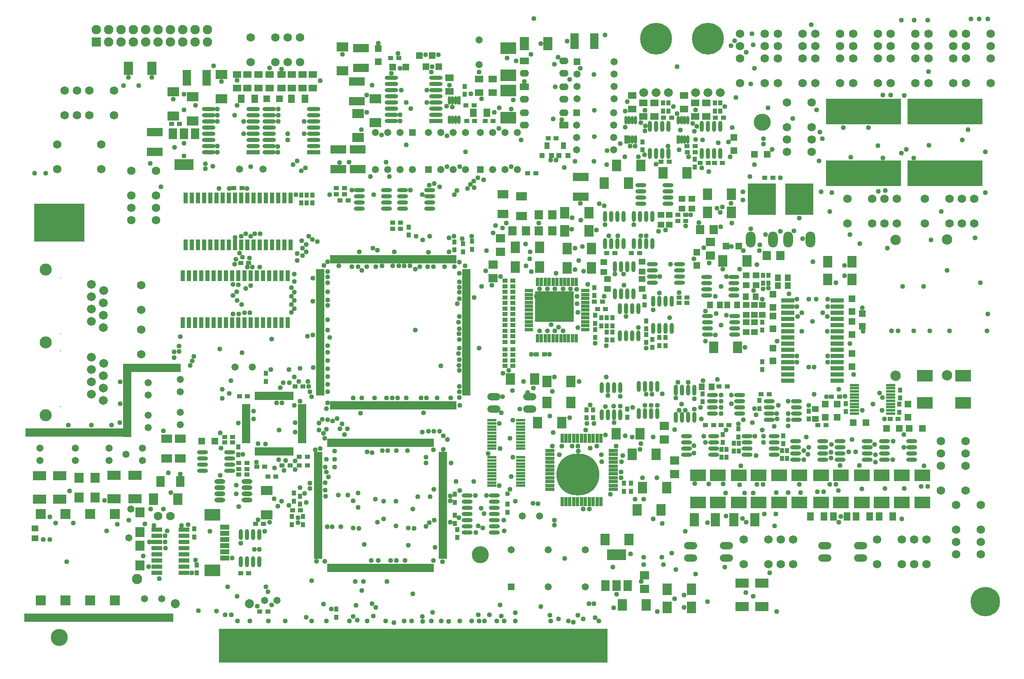
<source format=gts>
%FSAX43Y43*%
%MOMM*%
G71*
G01*
G75*
%ADD10R,11.430X1.524*%
%ADD11R,30.480X1.524*%
%ADD12R,1.524X0.305*%
%ADD13R,0.305X1.524*%
%ADD14R,1.524X1.270*%
%ADD15R,0.762X0.889*%
%ADD16O,0.432X1.524*%
%ADD17R,0.432X1.524*%
%ADD18R,1.778X2.286*%
%ADD19R,1.270X1.143*%
%ADD20R,1.524X3.048*%
%ADD21R,0.889X0.762*%
%ADD22R,3.048X1.524*%
%ADD23R,1.270X1.524*%
%ADD24R,2.286X1.778*%
%ADD25R,1.524X0.508*%
%ADD26O,0.610X2.032*%
%ADD27R,1.143X1.270*%
%ADD28R,1.778X1.524*%
%ADD29R,1.524X1.778*%
%ADD30R,1.524X2.032*%
%ADD31R,2.540X0.610*%
%ADD32O,2.540X0.610*%
%ADD33O,1.778X3.048*%
%ADD34R,5.588X6.350*%
%ADD35R,3.810X2.032*%
%ADD36R,2.032X1.524*%
%ADD37R,1.727X1.219*%
%ADD38O,1.727X1.219*%
%ADD39O,2.540X1.270*%
%ADD40O,2.032X0.610*%
%ADD41R,15.240X5.080*%
%ADD42R,2.540X1.778*%
%ADD43R,0.914X1.270*%
%ADD44R,0.914X0.914*%
%ADD45R,1.778X2.540*%
%ADD46R,3.048X2.286*%
%ADD47R,1.270X1.016*%
%ADD48R,1.016X1.270*%
%ADD49R,1.780X0.420*%
%ADD50R,1.780X0.420*%
%ADD51O,1.016X5.080*%
%ADD52O,2.032X0.762*%
%ADD53R,1.727X1.829*%
%ADD54R,1.778X0.508*%
%ADD55R,2.540X0.635*%
%ADD56R,0.508X1.524*%
%ADD57R,0.508X1.778*%
%ADD58R,0.610X2.032*%
%ADD59R,2.032X0.610*%
%ADD60R,21.590X1.524*%
%ADD61R,1.524X14.859*%
%ADD62O,8.636X8.382*%
%ADD63R,7.874X6.096*%
%ADD64R,1.727X0.813*%
%ADD65C,0.203*%
%ADD66C,0.356*%
%ADD67C,0.457*%
%ADD68C,0.305*%
%ADD69C,1.270*%
%ADD70C,0.508*%
%ADD71C,0.406*%
%ADD72C,0.635*%
%ADD73C,0.381*%
%ADD74C,0.584*%
%ADD75C,0.254*%
%ADD76C,0.813*%
%ADD77C,0.711*%
%ADD78C,0.889*%
%ADD79R,25.146X25.400*%
%ADD80R,1.397X0.635*%
%ADD81C,1.270*%
%ADD82C,1.651*%
%ADD83C,1.524*%
%ADD84R,1.270X1.270*%
%ADD85C,1.626*%
%ADD86C,3.302*%
%ADD87R,10.160X7.620*%
%ADD88C,2.286*%
%ADD89C,6.350*%
%ADD90C,1.930*%
%ADD91C,5.842*%
%ADD92C,1.905*%
%ADD93R,1.905X1.905*%
%ADD94C,1.575*%
%ADD95C,1.727*%
%ADD96R,1.727X1.727*%
%ADD97C,0.813*%
%ADD98R,24.130X1.524*%
%ADD99R,2.032X30.480*%
%ADD100R,1.016X0.914*%
%ADD101R,0.914X1.016*%
%ADD102R,0.762X0.762*%
%ADD103R,1.829X1.727*%
%ADD104R,2.032X3.810*%
%ADD105R,1.270X0.914*%
%ADD106R,2.286X3.048*%
%ADD107O,0.762X2.032*%
%ADD108R,1.194X0.787*%
%ADD109O,1.194X0.787*%
%ADD110R,5.080X2.032*%
%ADD111R,1.270X2.794*%
%ADD112R,1.270X3.048*%
%ADD113C,0.200*%
%ADD114C,0.127*%
%ADD115R,79.883X6.985*%
%ADD116R,11.633X1.727*%
%ADD117R,30.683X1.727*%
%ADD118R,1.727X0.508*%
%ADD119R,0.508X1.727*%
%ADD120R,1.727X1.473*%
%ADD121R,0.965X1.092*%
%ADD122O,0.635X1.727*%
%ADD123R,0.635X1.727*%
%ADD124R,1.981X2.489*%
%ADD125R,1.473X1.346*%
%ADD126R,1.727X3.251*%
%ADD127R,1.092X0.965*%
%ADD128R,3.251X1.727*%
%ADD129R,1.473X1.727*%
%ADD130R,2.489X1.981*%
%ADD131R,1.727X0.711*%
%ADD132O,0.813X2.235*%
%ADD133R,1.346X1.473*%
%ADD134R,1.981X1.727*%
%ADD135R,1.727X1.981*%
%ADD136R,1.727X2.235*%
%ADD137R,2.743X0.813*%
%ADD138O,2.743X0.813*%
%ADD139O,1.981X3.251*%
%ADD140R,5.791X6.553*%
%ADD141R,4.013X2.235*%
%ADD142R,2.235X1.727*%
%ADD143R,1.930X1.422*%
%ADD144O,1.930X1.422*%
%ADD145O,2.743X1.473*%
%ADD146O,2.235X0.813*%
%ADD147R,15.443X5.283*%
%ADD148R,2.743X1.981*%
%ADD149R,1.118X1.473*%
%ADD150R,1.118X1.118*%
%ADD151R,1.981X2.743*%
%ADD152R,3.251X2.489*%
%ADD153R,1.473X1.219*%
%ADD154R,1.219X1.473*%
%ADD155R,1.983X0.623*%
%ADD156R,1.983X0.623*%
%ADD157O,1.219X5.283*%
%ADD158O,2.235X0.965*%
%ADD159R,1.930X2.032*%
%ADD160R,1.981X0.711*%
%ADD161R,2.743X0.838*%
%ADD162R,0.711X1.727*%
%ADD163R,0.711X1.981*%
%ADD164R,0.813X2.235*%
%ADD165R,2.235X0.813*%
%ADD166R,21.793X1.727*%
%ADD167R,1.727X15.062*%
%ADD168O,8.839X8.585*%
%ADD169R,8.077X6.299*%
%ADD170R,1.930X1.016*%
%ADD171C,1.473*%
%ADD172C,1.854*%
%ADD173R,1.473X1.473*%
%ADD174C,1.829*%
%ADD175C,3.505*%
%ADD176R,10.363X7.823*%
%ADD177C,0.203*%
%ADD178C,2.489*%
%ADD179C,6.553*%
%ADD180C,2.134*%
%ADD181C,6.045*%
%ADD182C,2.108*%
%ADD183R,2.108X2.108*%
%ADD184C,1.778*%
%ADD185R,1.930X1.930*%
%ADD186C,1.016*%
D90*
X0020828Y0130683D02*
D03*
X0018288Y0128143D02*
D03*
X0015748Y0130683D02*
D03*
X0038608Y0130683D02*
D03*
X0038608Y0128143D02*
D03*
X0036068Y0130683D02*
D03*
X0036068Y0128143D02*
D03*
X0033528Y0130683D02*
D03*
X0033528Y0128143D02*
D03*
X0030988Y0130683D02*
D03*
X0030988Y0128143D02*
D03*
X0028448Y0130683D02*
D03*
X0028448Y0128143D02*
D03*
X0025908Y0130683D02*
D03*
X0025908Y0128143D02*
D03*
X0023368Y0130683D02*
D03*
X0023368Y0128143D02*
D03*
X0020828Y0128143D02*
D03*
X0018288Y0130683D02*
D03*
D95*
X0148209Y0124714D02*
D03*
X0153289Y0124714D02*
D03*
X0170307Y0095885D02*
D03*
X0168783Y0119634D02*
D03*
X0168783Y0124714D02*
D03*
X0168783Y0127254D02*
D03*
X0168783Y0129794D02*
D03*
X0163703Y0127254D02*
D03*
X0163703Y0119634D02*
D03*
X0179197Y0127254D02*
D03*
X0184277Y0127254D02*
D03*
X0184277Y0119634D02*
D03*
X0184277Y0129794D02*
D03*
X0179197Y0129794D02*
D03*
X0179197Y0119634D02*
D03*
X0184277Y0124714D02*
D03*
X0179197Y0124714D02*
D03*
X0194691Y0124714D02*
D03*
X0199771Y0129794D02*
D03*
X0194691Y0119634D02*
D03*
X0194691Y0129794D02*
D03*
X0199771Y0124714D02*
D03*
X0199771Y0119634D02*
D03*
X0176530Y0119634D02*
D03*
X0176530Y0124714D02*
D03*
X0176530Y0127254D02*
D03*
X0176530Y0129794D02*
D03*
X0171450Y0129794D02*
D03*
X0171450Y0127254D02*
D03*
X0171450Y0124714D02*
D03*
X0171450Y0119634D02*
D03*
X0155956Y0124714D02*
D03*
X0155956Y0127254D02*
D03*
X0155956Y0129794D02*
D03*
X0161036Y0127254D02*
D03*
X0161036Y0119634D02*
D03*
X0155956Y0119634D02*
D03*
X0180467Y0095885D02*
D03*
X0197739Y0022733D02*
D03*
X0148971Y0020701D02*
D03*
X0159131Y0020701D02*
D03*
X0159131Y0025781D02*
D03*
X0154051Y0020701D02*
D03*
X0154051Y0025781D02*
D03*
X0148971Y0025781D02*
D03*
X0197739Y0027813D02*
D03*
X0189484Y0043434D02*
D03*
X0189484Y0045974D02*
D03*
X0194564Y0045974D02*
D03*
X0194564Y0040894D02*
D03*
X0189484Y0040894D02*
D03*
X0197739Y0032893D02*
D03*
X0189484Y0035814D02*
D03*
X0192659Y0022733D02*
D03*
X0194564Y0043434D02*
D03*
X0192659Y0027813D02*
D03*
X0192659Y0032893D02*
D03*
X0194564Y0035814D02*
D03*
X0176403Y0025781D02*
D03*
X0181483Y0025781D02*
D03*
X0181483Y0020701D02*
D03*
X0186563Y0025781D02*
D03*
X0186563Y0020701D02*
D03*
X0176403Y0020701D02*
D03*
X0022987Y0101600D02*
D03*
X0022987Y0096520D02*
D03*
X0022987Y0091440D02*
D03*
X0028067Y0091440D02*
D03*
X0028067Y0096520D02*
D03*
X0028067Y0101600D02*
D03*
X0162941Y0115697D02*
D03*
X0162941Y0110617D02*
D03*
X0162941Y0108077D02*
D03*
X0162941Y0105537D02*
D03*
X0157861Y0105537D02*
D03*
X0157861Y0108077D02*
D03*
X0157861Y0110617D02*
D03*
X0157861Y0115697D02*
D03*
X0047498Y0129032D02*
D03*
X0052578Y0129032D02*
D03*
X0055118Y0129032D02*
D03*
X0057658Y0129032D02*
D03*
X0057658Y0123952D02*
D03*
X0055118Y0123952D02*
D03*
X0052578Y0123952D02*
D03*
X0047498Y0123952D02*
D03*
X0014351Y0118110D02*
D03*
X0011811Y0118110D02*
D03*
X0009271Y0118110D02*
D03*
X0009271Y0113030D02*
D03*
X0011811Y0113030D02*
D03*
X0014351Y0113030D02*
D03*
X0175387Y0095885D02*
D03*
X0177927Y0095885D02*
D03*
X0180467Y0090805D02*
D03*
X0177927Y0090805D02*
D03*
X0175387Y0090805D02*
D03*
X0170307Y0090805D02*
D03*
X0153289Y0119634D02*
D03*
X0019431Y0118110D02*
D03*
X0019431Y0113030D02*
D03*
X0148209Y0119634D02*
D03*
X0192024Y0124714D02*
D03*
X0186944Y0124714D02*
D03*
X0192024Y0119634D02*
D03*
X0186944Y0119634D02*
D03*
X0192024Y0129794D02*
D03*
X0186944Y0129794D02*
D03*
X0192024Y0127254D02*
D03*
X0186944Y0127254D02*
D03*
X0191262Y0090805D02*
D03*
X0191262Y0095885D02*
D03*
X0186182Y0090805D02*
D03*
X0196342Y0095885D02*
D03*
X0196342Y0090805D02*
D03*
X0186182Y0095885D02*
D03*
X0184023Y0020701D02*
D03*
X0197739Y0025273D02*
D03*
X0184023Y0025781D02*
D03*
X0192659Y0025273D02*
D03*
X0156591Y0020701D02*
D03*
X0193802Y0095885D02*
D03*
X0156591Y0025781D02*
D03*
X0193802Y0090805D02*
D03*
X0199771Y0127254D02*
D03*
X0194691Y0127254D02*
D03*
X0022987Y0093980D02*
D03*
X0028067Y0093980D02*
D03*
X0153289Y0127254D02*
D03*
X0163703Y0124714D02*
D03*
X0161036Y0124714D02*
D03*
X0148209Y0127254D02*
D03*
X0161036Y0129794D02*
D03*
X0163703Y0129794D02*
D03*
X0153289Y0129794D02*
D03*
X0148209Y0129794D02*
D03*
X0025019Y0078105D02*
D03*
X0025019Y0073025D02*
D03*
X0025019Y0063881D02*
D03*
X0025019Y0068961D02*
D03*
X0007747Y0107061D02*
D03*
X0007747Y0101981D02*
D03*
X0016764Y0101981D02*
D03*
X0016764Y0107061D02*
D03*
D115*
X0080963Y0003874D02*
D03*
D116*
X0027356Y0061087D02*
D03*
D117*
X0016332Y0009677D02*
D03*
D118*
X0061835Y0079140D02*
D03*
X0091935Y0077140D02*
D03*
X0091935Y0077640D02*
D03*
X0091935Y0078140D02*
D03*
X0061400Y0022039D02*
D03*
X0061400Y0022539D02*
D03*
X0061400Y0023039D02*
D03*
X0061400Y0023539D02*
D03*
X0061400Y0024039D02*
D03*
X0061400Y0024539D02*
D03*
X0061400Y0025039D02*
D03*
X0061400Y0025539D02*
D03*
X0061400Y0026039D02*
D03*
X0061400Y0026539D02*
D03*
X0061400Y0027539D02*
D03*
X0061400Y0028039D02*
D03*
X0061400Y0028539D02*
D03*
X0061400Y0029039D02*
D03*
X0061400Y0029539D02*
D03*
X0061400Y0030039D02*
D03*
X0061400Y0030539D02*
D03*
X0061400Y0031039D02*
D03*
X0061400Y0031539D02*
D03*
X0061400Y0032039D02*
D03*
X0061400Y0032539D02*
D03*
X0061400Y0033039D02*
D03*
X0061400Y0033539D02*
D03*
X0061400Y0034039D02*
D03*
X0061400Y0034539D02*
D03*
X0061400Y0035039D02*
D03*
X0061400Y0035539D02*
D03*
X0061400Y0036039D02*
D03*
X0061400Y0036539D02*
D03*
X0061400Y0037039D02*
D03*
X0061400Y0037539D02*
D03*
X0061400Y0038039D02*
D03*
X0061400Y0038539D02*
D03*
X0061400Y0039039D02*
D03*
X0061400Y0039539D02*
D03*
X0061400Y0040039D02*
D03*
X0061400Y0042539D02*
D03*
X0061400Y0043039D02*
D03*
X0061400Y0043539D02*
D03*
X0087100Y0043539D02*
D03*
X0087100Y0043039D02*
D03*
X0087100Y0042539D02*
D03*
X0087100Y0042039D02*
D03*
X0087100Y0041539D02*
D03*
X0087100Y0041039D02*
D03*
X0087100Y0034539D02*
D03*
X0087100Y0034039D02*
D03*
X0087100Y0030539D02*
D03*
X0087100Y0030039D02*
D03*
X0087100Y0027539D02*
D03*
X0087100Y0026039D02*
D03*
X0087100Y0025539D02*
D03*
X0087100Y0025039D02*
D03*
X0087100Y0024539D02*
D03*
X0087100Y0024039D02*
D03*
X0087100Y0023539D02*
D03*
X0087100Y0023039D02*
D03*
X0087100Y0022539D02*
D03*
X0087100Y0022039D02*
D03*
X0061400Y0042039D02*
D03*
X0061400Y0041539D02*
D03*
X0061400Y0041039D02*
D03*
X0061400Y0040539D02*
D03*
X0087100Y0026539D02*
D03*
X0087100Y0027039D02*
D03*
X0087100Y0028039D02*
D03*
X0087100Y0028539D02*
D03*
X0087100Y0029039D02*
D03*
X0087100Y0029539D02*
D03*
X0087100Y0031039D02*
D03*
X0087100Y0031539D02*
D03*
X0087100Y0032039D02*
D03*
X0087100Y0032539D02*
D03*
X0087100Y0033039D02*
D03*
X0087100Y0033539D02*
D03*
X0087100Y0035039D02*
D03*
X0087100Y0035539D02*
D03*
X0087100Y0036039D02*
D03*
X0087100Y0036539D02*
D03*
X0087100Y0037039D02*
D03*
X0087100Y0037539D02*
D03*
X0087100Y0038039D02*
D03*
X0087100Y0038539D02*
D03*
X0087100Y0039039D02*
D03*
X0087100Y0039539D02*
D03*
X0087100Y0040039D02*
D03*
X0087100Y0040539D02*
D03*
X0061400Y0027039D02*
D03*
X0061835Y0055640D02*
D03*
X0061835Y0056140D02*
D03*
X0061835Y0056640D02*
D03*
X0061835Y0057140D02*
D03*
X0061835Y0057640D02*
D03*
X0061835Y0058140D02*
D03*
X0061835Y0058640D02*
D03*
X0061835Y0060640D02*
D03*
X0061835Y0061140D02*
D03*
X0061835Y0061640D02*
D03*
X0061835Y0064640D02*
D03*
X0061835Y0066640D02*
D03*
X0061835Y0067140D02*
D03*
X0061835Y0067640D02*
D03*
X0061835Y0068140D02*
D03*
X0061835Y0068640D02*
D03*
X0061835Y0071140D02*
D03*
X0061835Y0073140D02*
D03*
X0061835Y0073640D02*
D03*
X0061835Y0074140D02*
D03*
X0061835Y0074640D02*
D03*
X0061835Y0075140D02*
D03*
X0061835Y0075640D02*
D03*
X0061835Y0076140D02*
D03*
X0061835Y0076640D02*
D03*
X0061835Y0077140D02*
D03*
X0061835Y0077640D02*
D03*
X0061835Y0078140D02*
D03*
X0061835Y0078640D02*
D03*
X0061835Y0080140D02*
D03*
X0061835Y0080640D02*
D03*
X0061835Y0081140D02*
D03*
X0091935Y0081140D02*
D03*
X0091935Y0080640D02*
D03*
X0091935Y0080140D02*
D03*
X0091935Y0079640D02*
D03*
X0091935Y0079140D02*
D03*
X0091935Y0075640D02*
D03*
X0091935Y0075140D02*
D03*
X0091935Y0074640D02*
D03*
X0091935Y0071640D02*
D03*
X0091935Y0068640D02*
D03*
X0091935Y0068140D02*
D03*
X0091935Y0067640D02*
D03*
X0091935Y0067140D02*
D03*
X0091935Y0065140D02*
D03*
X0091935Y0063140D02*
D03*
X0091935Y0062640D02*
D03*
X0091935Y0062140D02*
D03*
X0091935Y0061640D02*
D03*
X0091935Y0061140D02*
D03*
X0091935Y0060640D02*
D03*
X0091935Y0060140D02*
D03*
X0091935Y0059640D02*
D03*
X0091935Y0059140D02*
D03*
X0091935Y0058640D02*
D03*
X0091935Y0058140D02*
D03*
X0091935Y0057640D02*
D03*
X0091935Y0057140D02*
D03*
X0091935Y0056640D02*
D03*
X0091935Y0056140D02*
D03*
X0091935Y0055640D02*
D03*
X0061835Y0072640D02*
D03*
X0061835Y0064140D02*
D03*
X0061835Y0063140D02*
D03*
X0061835Y0062140D02*
D03*
X0061835Y0059140D02*
D03*
X0061835Y0060140D02*
D03*
X0061835Y0062640D02*
D03*
X0061835Y0063640D02*
D03*
X0061835Y0065140D02*
D03*
X0061835Y0059640D02*
D03*
X0061835Y0072140D02*
D03*
X0061835Y0070640D02*
D03*
X0061835Y0069640D02*
D03*
X0061835Y0069140D02*
D03*
X0061835Y0070140D02*
D03*
X0061835Y0071640D02*
D03*
X0061835Y0066140D02*
D03*
X0061835Y0065640D02*
D03*
X0091935Y0069640D02*
D03*
X0091935Y0070140D02*
D03*
X0091935Y0070640D02*
D03*
X0091935Y0071140D02*
D03*
X0091935Y0072140D02*
D03*
X0091935Y0072640D02*
D03*
X0091935Y0073140D02*
D03*
X0091935Y0073640D02*
D03*
X0091935Y0074140D02*
D03*
X0091935Y0076140D02*
D03*
X0091935Y0076640D02*
D03*
X0091935Y0065640D02*
D03*
X0091935Y0066140D02*
D03*
X0091935Y0064640D02*
D03*
X0091935Y0064140D02*
D03*
X0091935Y0063640D02*
D03*
X0091935Y0069140D02*
D03*
X0091935Y0066640D02*
D03*
X0058109Y0053340D02*
D03*
X0058109Y0052840D02*
D03*
X0058109Y0052340D02*
D03*
X0058109Y0051840D02*
D03*
X0058109Y0051340D02*
D03*
X0058109Y0050840D02*
D03*
X0058109Y0050340D02*
D03*
X0058109Y0049840D02*
D03*
X0058109Y0049340D02*
D03*
X0058109Y0048840D02*
D03*
X0058109Y0048340D02*
D03*
X0058109Y0047840D02*
D03*
X0058109Y0047340D02*
D03*
X0058109Y0046840D02*
D03*
X0058109Y0046340D02*
D03*
X0058109Y0045840D02*
D03*
X0046609Y0045840D02*
D03*
X0046609Y0046340D02*
D03*
X0046609Y0046840D02*
D03*
X0046609Y0047340D02*
D03*
X0046609Y0047840D02*
D03*
X0046609Y0048340D02*
D03*
X0046609Y0048840D02*
D03*
X0046609Y0049840D02*
D03*
X0046609Y0050840D02*
D03*
X0046609Y0051340D02*
D03*
X0046609Y0051840D02*
D03*
X0046609Y0052340D02*
D03*
X0046609Y0052840D02*
D03*
X0046609Y0053340D02*
D03*
X0046609Y0049340D02*
D03*
X0091935Y0078640D02*
D03*
X0061835Y0079640D02*
D03*
X0046609Y0050340D02*
D03*
D119*
X0052109Y0055340D02*
D03*
X0082135Y0083440D02*
D03*
X0081635Y0083440D02*
D03*
X0063500Y0045639D02*
D03*
X0064000Y0045639D02*
D03*
X0064500Y0045639D02*
D03*
X0065000Y0045639D02*
D03*
X0065500Y0045639D02*
D03*
X0066000Y0045639D02*
D03*
X0066500Y0045639D02*
D03*
X0067000Y0045639D02*
D03*
X0067500Y0045639D02*
D03*
X0068000Y0045639D02*
D03*
X0068500Y0045639D02*
D03*
X0069000Y0045639D02*
D03*
X0069500Y0045639D02*
D03*
X0070000Y0045639D02*
D03*
X0070500Y0045639D02*
D03*
X0071000Y0045639D02*
D03*
X0071500Y0045639D02*
D03*
X0072000Y0045639D02*
D03*
X0072500Y0045639D02*
D03*
X0073000Y0045639D02*
D03*
X0073500Y0045639D02*
D03*
X0074000Y0045639D02*
D03*
X0074500Y0045639D02*
D03*
X0075000Y0045639D02*
D03*
X0075500Y0045639D02*
D03*
X0076000Y0045639D02*
D03*
X0076500Y0045639D02*
D03*
X0077000Y0045639D02*
D03*
X0077500Y0045639D02*
D03*
X0078000Y0045639D02*
D03*
X0078500Y0045639D02*
D03*
X0079000Y0045639D02*
D03*
X0079500Y0045639D02*
D03*
X0080000Y0045639D02*
D03*
X0080500Y0045639D02*
D03*
X0081000Y0045639D02*
D03*
X0081500Y0045639D02*
D03*
X0082000Y0045639D02*
D03*
X0083000Y0045639D02*
D03*
X0084500Y0045639D02*
D03*
X0085000Y0045639D02*
D03*
X0085000Y0019939D02*
D03*
X0084500Y0019939D02*
D03*
X0084000Y0019939D02*
D03*
X0083500Y0019939D02*
D03*
X0083000Y0019939D02*
D03*
X0082500Y0019939D02*
D03*
X0082000Y0019939D02*
D03*
X0081500Y0019939D02*
D03*
X0081000Y0019939D02*
D03*
X0080500Y0019939D02*
D03*
X0080000Y0019939D02*
D03*
X0079500Y0019939D02*
D03*
X0079000Y0019939D02*
D03*
X0078500Y0019939D02*
D03*
X0078000Y0019939D02*
D03*
X0077500Y0019939D02*
D03*
X0077000Y0019939D02*
D03*
X0076500Y0019939D02*
D03*
X0076000Y0019939D02*
D03*
X0075500Y0019939D02*
D03*
X0075000Y0019939D02*
D03*
X0074500Y0019939D02*
D03*
X0074000Y0019939D02*
D03*
X0073500Y0019939D02*
D03*
X0073000Y0019939D02*
D03*
X0072500Y0019939D02*
D03*
X0072000Y0019939D02*
D03*
X0071500Y0019939D02*
D03*
X0071000Y0019939D02*
D03*
X0070500Y0019939D02*
D03*
X0070000Y0019939D02*
D03*
X0069500Y0019939D02*
D03*
X0069000Y0019939D02*
D03*
X0068500Y0019939D02*
D03*
X0068000Y0019939D02*
D03*
X0067500Y0019939D02*
D03*
X0067000Y0019939D02*
D03*
X0066500Y0019939D02*
D03*
X0066000Y0019939D02*
D03*
X0065500Y0019939D02*
D03*
X0065000Y0019939D02*
D03*
X0064500Y0019939D02*
D03*
X0064000Y0019939D02*
D03*
X0063500Y0019939D02*
D03*
X0084000Y0045639D02*
D03*
X0083500Y0045639D02*
D03*
X0082500Y0045639D02*
D03*
X0064135Y0083440D02*
D03*
X0064635Y0083440D02*
D03*
X0065135Y0083440D02*
D03*
X0065635Y0083440D02*
D03*
X0066135Y0083440D02*
D03*
X0066635Y0083440D02*
D03*
X0067135Y0083440D02*
D03*
X0067635Y0083440D02*
D03*
X0068135Y0083440D02*
D03*
X0068635Y0083440D02*
D03*
X0069135Y0083440D02*
D03*
X0069635Y0083440D02*
D03*
X0070135Y0083440D02*
D03*
X0070635Y0083440D02*
D03*
X0071135Y0083440D02*
D03*
X0071635Y0083440D02*
D03*
X0072135Y0083440D02*
D03*
X0072635Y0083440D02*
D03*
X0073135Y0083440D02*
D03*
X0073635Y0083440D02*
D03*
X0074635Y0083440D02*
D03*
X0075135Y0083440D02*
D03*
X0075635Y0083440D02*
D03*
X0076635Y0083440D02*
D03*
X0077135Y0083440D02*
D03*
X0078135Y0083440D02*
D03*
X0079135Y0083440D02*
D03*
X0080135Y0083440D02*
D03*
X0082635Y0083440D02*
D03*
X0083135Y0083440D02*
D03*
X0083635Y0083440D02*
D03*
X0084135Y0083440D02*
D03*
X0084635Y0083440D02*
D03*
X0088135Y0083440D02*
D03*
X0088635Y0083440D02*
D03*
X0089135Y0083440D02*
D03*
X0089635Y0083440D02*
D03*
X0089635Y0053340D02*
D03*
X0089135Y0053340D02*
D03*
X0088635Y0053340D02*
D03*
X0088135Y0053340D02*
D03*
X0087635Y0053340D02*
D03*
X0087135Y0053340D02*
D03*
X0086635Y0053340D02*
D03*
X0086135Y0053340D02*
D03*
X0085635Y0053340D02*
D03*
X0085135Y0053340D02*
D03*
X0084635Y0053340D02*
D03*
X0084135Y0053340D02*
D03*
X0083635Y0053340D02*
D03*
X0083135Y0053340D02*
D03*
X0082635Y0053340D02*
D03*
X0082135Y0053340D02*
D03*
X0081635Y0053340D02*
D03*
X0081135Y0053340D02*
D03*
X0080635Y0053340D02*
D03*
X0080135Y0053340D02*
D03*
X0079635Y0053340D02*
D03*
X0079135Y0053340D02*
D03*
X0078635Y0053340D02*
D03*
X0078135Y0053340D02*
D03*
X0077635Y0053340D02*
D03*
X0077135Y0053340D02*
D03*
X0076635Y0053340D02*
D03*
X0076135Y0053340D02*
D03*
X0075635Y0053340D02*
D03*
X0075135Y0053340D02*
D03*
X0074635Y0053340D02*
D03*
X0074135Y0053340D02*
D03*
X0073635Y0053340D02*
D03*
X0073135Y0053340D02*
D03*
X0072635Y0053340D02*
D03*
X0072135Y0053340D02*
D03*
X0071635Y0053340D02*
D03*
X0071135Y0053340D02*
D03*
X0070635Y0053340D02*
D03*
X0070135Y0053340D02*
D03*
X0069635Y0053340D02*
D03*
X0069135Y0053340D02*
D03*
X0068635Y0053340D02*
D03*
X0068135Y0053340D02*
D03*
X0067635Y0053340D02*
D03*
X0067135Y0053340D02*
D03*
X0066635Y0053340D02*
D03*
X0066135Y0053340D02*
D03*
X0065635Y0053340D02*
D03*
X0065135Y0053340D02*
D03*
X0064635Y0053340D02*
D03*
X0064135Y0053340D02*
D03*
X0087135Y0083440D02*
D03*
X0087635Y0083440D02*
D03*
X0053609Y0043840D02*
D03*
X0052609Y0043840D02*
D03*
X0048609Y0055340D02*
D03*
X0049109Y0055340D02*
D03*
X0049609Y0055340D02*
D03*
X0050109Y0055340D02*
D03*
X0050609Y0055340D02*
D03*
X0051109Y0055340D02*
D03*
X0051609Y0055340D02*
D03*
X0053109Y0055340D02*
D03*
X0053609Y0055340D02*
D03*
X0054109Y0055340D02*
D03*
X0054609Y0055340D02*
D03*
X0055109Y0055340D02*
D03*
X0055609Y0055340D02*
D03*
X0056109Y0055340D02*
D03*
X0056109Y0043840D02*
D03*
X0055609Y0043840D02*
D03*
X0055109Y0043840D02*
D03*
X0054609Y0043840D02*
D03*
X0054109Y0043840D02*
D03*
X0053109Y0043840D02*
D03*
X0052109Y0043840D02*
D03*
X0051609Y0043840D02*
D03*
X0051109Y0043840D02*
D03*
X0050609Y0043840D02*
D03*
X0050109Y0043840D02*
D03*
X0049609Y0043840D02*
D03*
X0049109Y0043840D02*
D03*
X0048609Y0043840D02*
D03*
X0074135Y0083440D02*
D03*
X0080635Y0083440D02*
D03*
X0077635Y0083440D02*
D03*
X0078635Y0083440D02*
D03*
X0079635Y0083440D02*
D03*
X0076135Y0083440D02*
D03*
X0081135Y0083440D02*
D03*
X0085635Y0083440D02*
D03*
X0085135Y0083440D02*
D03*
X0086135Y0083440D02*
D03*
X0086635Y0083440D02*
D03*
X0052609Y0055340D02*
D03*
D120*
X0130556Y0115570D02*
D03*
X0130556Y0112776D02*
D03*
X0125984Y0117094D02*
D03*
X0125984Y0114300D02*
D03*
X0097282Y0117729D02*
D03*
X0097282Y0120523D02*
D03*
X0094488Y0117729D02*
D03*
X0094488Y0120523D02*
D03*
X0136652Y0117094D02*
D03*
X0136652Y0114300D02*
D03*
X0058166Y0118618D02*
D03*
X0058166Y0121412D02*
D03*
X0138938Y0112776D02*
D03*
X0141224Y0112776D02*
D03*
X0138938Y0115570D02*
D03*
X0141224Y0115570D02*
D03*
X0128270Y0112776D02*
D03*
X0056007Y0118618D02*
D03*
X0056007Y0121412D02*
D03*
X0060325Y0121412D02*
D03*
X0060325Y0118618D02*
D03*
X0053848Y0118618D02*
D03*
X0053848Y0121412D02*
D03*
X0049149Y0121412D02*
D03*
X0049149Y0118618D02*
D03*
X0046863Y0118618D02*
D03*
X0046863Y0121412D02*
D03*
X0051435Y0121412D02*
D03*
X0051435Y0118618D02*
D03*
X0044704Y0118618D02*
D03*
X0044704Y0121412D02*
D03*
X0088443Y0117983D02*
D03*
X0088443Y0120777D02*
D03*
X0128270Y0115570D02*
D03*
D121*
X0128143Y0107569D02*
D03*
X0128143Y0105918D02*
D03*
X0145415Y0044323D02*
D03*
X0145415Y0042672D02*
D03*
X0146939Y0045593D02*
D03*
X0146939Y0043942D02*
D03*
X0157861Y0044069D02*
D03*
X0157861Y0042418D02*
D03*
X0143002Y0115570D02*
D03*
X0143002Y0113919D02*
D03*
X0144145Y0115570D02*
D03*
X0144145Y0113919D02*
D03*
X0132334Y0115570D02*
D03*
X0132334Y0113919D02*
D03*
X0133477Y0115570D02*
D03*
X0133477Y0113919D02*
D03*
X0091567Y0117348D02*
D03*
X0091567Y0118999D02*
D03*
X0152146Y0052705D02*
D03*
X0152146Y0054356D02*
D03*
X0093091Y0085471D02*
D03*
X0093091Y0087122D02*
D03*
X0080010Y0090043D02*
D03*
X0080010Y0088392D02*
D03*
X0091186Y0086614D02*
D03*
X0091186Y0084963D02*
D03*
X0059055Y0096647D02*
D03*
X0044958Y0044831D02*
D03*
X0044958Y0043180D02*
D03*
X0060198Y0096647D02*
D03*
X0057912Y0096647D02*
D03*
X0152781Y0062357D02*
D03*
X0152781Y0060706D02*
D03*
X0100330Y0033020D02*
D03*
X0100330Y0031369D02*
D03*
X0140459Y0054102D02*
D03*
X0140459Y0055753D02*
D03*
X0050673Y0058293D02*
D03*
X0050673Y0059944D02*
D03*
X0065151Y0011430D02*
D03*
X0065151Y0009779D02*
D03*
X0181102Y0056515D02*
D03*
X0181102Y0054864D02*
D03*
X0118237Y0075946D02*
D03*
X0118237Y0077597D02*
D03*
X0118364Y0070231D02*
D03*
X0118364Y0071882D02*
D03*
X0132842Y0065659D02*
D03*
X0132842Y0067310D02*
D03*
X0120777Y0068453D02*
D03*
X0120777Y0066802D02*
D03*
X0121920Y0071374D02*
D03*
X0121920Y0069723D02*
D03*
X0130175Y0066929D02*
D03*
X0130175Y0065278D02*
D03*
X0128905Y0066294D02*
D03*
X0128905Y0067945D02*
D03*
X0169926Y0052070D02*
D03*
X0169926Y0053721D02*
D03*
X0180975Y0051943D02*
D03*
X0180975Y0053594D02*
D03*
X0125730Y0035687D02*
D03*
X0125730Y0037338D02*
D03*
X0036449Y0020523D02*
D03*
X0152781Y0068834D02*
D03*
X0152781Y0070485D02*
D03*
X0119634Y0071374D02*
D03*
X0119634Y0069723D02*
D03*
X0118364Y0067310D02*
D03*
X0118364Y0068961D02*
D03*
X0128905Y0069088D02*
D03*
X0128905Y0070739D02*
D03*
X0120777Y0069723D02*
D03*
X0120777Y0071374D02*
D03*
X0121920Y0066802D02*
D03*
X0121920Y0068453D02*
D03*
X0128524Y0075692D02*
D03*
X0128524Y0074041D02*
D03*
X0131572Y0065659D02*
D03*
X0131572Y0067310D02*
D03*
X0124968Y0052578D02*
D03*
X0124968Y0050927D02*
D03*
X0162306Y0050546D02*
D03*
X0162306Y0052197D02*
D03*
X0124333Y0037338D02*
D03*
X0124333Y0035687D02*
D03*
X0116586Y0050800D02*
D03*
X0116586Y0052451D02*
D03*
X0117983Y0050800D02*
D03*
X0117983Y0052451D02*
D03*
X0057658Y0033020D02*
D03*
X0057658Y0034671D02*
D03*
X0056007Y0030480D02*
D03*
X0056007Y0028829D02*
D03*
X0058293Y0028829D02*
D03*
X0058293Y0030480D02*
D03*
X0089535Y0030734D02*
D03*
X0089535Y0029083D02*
D03*
X0090043Y0027813D02*
D03*
X0090043Y0026162D02*
D03*
X0089535Y0035052D02*
D03*
X0089535Y0033401D02*
D03*
X0089408Y0086995D02*
D03*
X0089408Y0085344D02*
D03*
X0138862Y0102362D02*
D03*
X0060198Y0094996D02*
D03*
X0059055Y0094996D02*
D03*
X0057912Y0094996D02*
D03*
X0138862Y0104013D02*
D03*
X0036449Y0018872D02*
D03*
X0154051Y0078486D02*
D03*
X0152908Y0078486D02*
D03*
X0154051Y0080137D02*
D03*
X0152908Y0080137D02*
D03*
X0144653Y0047371D02*
D03*
X0144653Y0045720D02*
D03*
X0147955Y0045593D02*
D03*
X0147955Y0043942D02*
D03*
X0147828Y0048514D02*
D03*
X0147828Y0046863D02*
D03*
X0156845Y0044069D02*
D03*
X0156845Y0042418D02*
D03*
X0157099Y0047117D02*
D03*
X0157099Y0045466D02*
D03*
X0144399Y0044323D02*
D03*
X0144399Y0042672D02*
D03*
X0056388Y0035306D02*
D03*
X0056388Y0033655D02*
D03*
X0035941Y0027940D02*
D03*
X0035941Y0026289D02*
D03*
D122*
X0136159Y0108077D02*
D03*
X0137460Y0112039D02*
D03*
X0136809Y0112039D02*
D03*
X0136159Y0112039D02*
D03*
X0135509Y0112039D02*
D03*
X0137460Y0108077D02*
D03*
X0136809Y0108077D02*
D03*
X0125364Y0108077D02*
D03*
X0126665Y0112039D02*
D03*
X0126014Y0112039D02*
D03*
X0125364Y0112039D02*
D03*
X0124714Y0112039D02*
D03*
X0126665Y0108077D02*
D03*
X0126014Y0108077D02*
D03*
X0089698Y0116078D02*
D03*
X0088397Y0112116D02*
D03*
X0089047Y0112116D02*
D03*
X0089698Y0112116D02*
D03*
X0090348Y0112116D02*
D03*
X0088397Y0116078D02*
D03*
X0089047Y0116078D02*
D03*
D123*
X0135509Y0108077D02*
D03*
X0124714Y0108077D02*
D03*
X0090348Y0116078D02*
D03*
D124*
X0125222Y0099060D02*
D03*
X0120269Y0099060D02*
D03*
X0132334Y0101219D02*
D03*
X0137287Y0101219D02*
D03*
X0112649Y0085598D02*
D03*
X0117602Y0085598D02*
D03*
X0130937Y0043307D02*
D03*
X0125984Y0043307D02*
D03*
X0122809Y0102743D02*
D03*
X0127762Y0102743D02*
D03*
X0027559Y0034036D02*
D03*
X0032512Y0034036D02*
D03*
X0144653Y0083058D02*
D03*
X0149606Y0083058D02*
D03*
X0120396Y0025781D02*
D03*
X0125349Y0025781D02*
D03*
X0141478Y0096774D02*
D03*
X0146431Y0096774D02*
D03*
X0108458Y0058293D02*
D03*
X0113411Y0058293D02*
D03*
X0101981Y0081788D02*
D03*
X0106934Y0081788D02*
D03*
X0101981Y0085852D02*
D03*
X0106934Y0085852D02*
D03*
X0133096Y0036449D02*
D03*
X0128143Y0036449D02*
D03*
X0127635Y0047498D02*
D03*
X0122682Y0047498D02*
D03*
X0171196Y0082931D02*
D03*
X0166243Y0082931D02*
D03*
X0105918Y0058801D02*
D03*
X0100965Y0058801D02*
D03*
X0117094Y0092964D02*
D03*
X0112141Y0092964D02*
D03*
X0171196Y0079248D02*
D03*
X0166243Y0079248D02*
D03*
X0108458Y0053975D02*
D03*
X0113411Y0053975D02*
D03*
X0117602Y0081661D02*
D03*
X0112649Y0081661D02*
D03*
X0138176Y0011811D02*
D03*
X0133223Y0011811D02*
D03*
X0147701Y0065278D02*
D03*
X0142748Y0065278D02*
D03*
X0131953Y0031877D02*
D03*
X0127000Y0031877D02*
D03*
X0112141Y0089281D02*
D03*
X0117094Y0089281D02*
D03*
X0111506Y0049784D02*
D03*
X0106553Y0049784D02*
D03*
X0138176Y0015494D02*
D03*
X0133223Y0015494D02*
D03*
X0146431Y0093091D02*
D03*
X0141478Y0093091D02*
D03*
X0128905Y0012319D02*
D03*
X0123952Y0012319D02*
D03*
D125*
X0146939Y0105791D02*
D03*
X0146939Y0108458D02*
D03*
X0073787Y0124079D02*
D03*
X0139319Y0084836D02*
D03*
X0073787Y0126746D02*
D03*
X0171196Y0067945D02*
D03*
X0154940Y0069088D02*
D03*
X0171196Y0075311D02*
D03*
X0171196Y0072644D02*
D03*
X0154940Y0076200D02*
D03*
X0154940Y0073533D02*
D03*
X0173355Y0069596D02*
D03*
X0173355Y0072263D02*
D03*
X0171196Y0061341D02*
D03*
X0171196Y0064008D02*
D03*
X0154940Y0062484D02*
D03*
X0154940Y0065151D02*
D03*
X0154940Y0071755D02*
D03*
X0171196Y0070612D02*
D03*
X0165735Y0053594D02*
D03*
X0165735Y0050927D02*
D03*
X0182753Y0053594D02*
D03*
X0182753Y0050927D02*
D03*
X0168148Y0053594D02*
D03*
X0168148Y0050927D02*
D03*
X0139319Y0082169D02*
D03*
D126*
X0114173Y0128270D02*
D03*
X0118237Y0128270D02*
D03*
X0034417Y0120777D02*
D03*
X0038481Y0120777D02*
D03*
D127*
X0144780Y0112522D02*
D03*
X0143129Y0112522D02*
D03*
X0132461Y0112522D02*
D03*
X0134112Y0112522D02*
D03*
X0145923Y0049276D02*
D03*
X0144272Y0049276D02*
D03*
X0097409Y0111887D02*
D03*
X0095758Y0111887D02*
D03*
X0127508Y0084709D02*
D03*
X0125857Y0084709D02*
D03*
X0120777Y0084709D02*
D03*
X0122428Y0084709D02*
D03*
X0152527Y0055626D02*
D03*
X0154178Y0055626D02*
D03*
X0077978Y0124841D02*
D03*
X0076327Y0124841D02*
D03*
X0137287Y0106680D02*
D03*
X0137338Y0105410D02*
D03*
X0133604Y0103505D02*
D03*
X0131953Y0103505D02*
D03*
X0108712Y0108331D02*
D03*
X0110363Y0108331D02*
D03*
X0093472Y0115062D02*
D03*
X0091821Y0115062D02*
D03*
X0043815Y0045720D02*
D03*
X0042164Y0045720D02*
D03*
X0042164Y0046863D02*
D03*
X0043815Y0046863D02*
D03*
X0048514Y0028956D02*
D03*
X0050165Y0028956D02*
D03*
X0045085Y0039116D02*
D03*
X0046736Y0039116D02*
D03*
X0045085Y0040259D02*
D03*
X0046736Y0041529D02*
D03*
X0046736Y0040259D02*
D03*
X0045085Y0041529D02*
D03*
X0052705Y0038735D02*
D03*
X0051054Y0038735D02*
D03*
X0135382Y0092583D02*
D03*
X0137033Y0092583D02*
D03*
X0119888Y0074676D02*
D03*
X0118237Y0074676D02*
D03*
X0101473Y0078994D02*
D03*
X0099822Y0078994D02*
D03*
X0145539Y0057277D02*
D03*
X0143888Y0057277D02*
D03*
X0044069Y0098044D02*
D03*
X0045720Y0098044D02*
D03*
X0107950Y0063881D02*
D03*
X0106299Y0063881D02*
D03*
X0051054Y0010922D02*
D03*
X0049403Y0010922D02*
D03*
X0167005Y0055118D02*
D03*
X0168656Y0055118D02*
D03*
X0135636Y0075565D02*
D03*
X0137287Y0075565D02*
D03*
X0141097Y0049276D02*
D03*
X0142748Y0049276D02*
D03*
X0180721Y0050546D02*
D03*
X0179070Y0050546D02*
D03*
X0154940Y0100203D02*
D03*
X0045466Y0082677D02*
D03*
X0047117Y0082677D02*
D03*
X0137033Y0091313D02*
D03*
X0135382Y0091313D02*
D03*
X0137287Y0074422D02*
D03*
X0135636Y0074422D02*
D03*
X0099822Y0077851D02*
D03*
X0101473Y0077851D02*
D03*
X0099822Y0076708D02*
D03*
X0101473Y0076708D02*
D03*
X0099822Y0075565D02*
D03*
X0101473Y0075565D02*
D03*
X0099822Y0074422D02*
D03*
X0101473Y0074422D02*
D03*
X0099822Y0073279D02*
D03*
X0101473Y0073279D02*
D03*
X0099822Y0072136D02*
D03*
X0101473Y0072136D02*
D03*
X0099822Y0070993D02*
D03*
X0101473Y0070993D02*
D03*
X0099822Y0069850D02*
D03*
X0101473Y0069850D02*
D03*
X0099822Y0068707D02*
D03*
X0101473Y0068707D02*
D03*
X0099822Y0067564D02*
D03*
X0101473Y0067564D02*
D03*
X0099822Y0066421D02*
D03*
X0101473Y0066421D02*
D03*
X0118872Y0073152D02*
D03*
X0120523Y0073152D02*
D03*
X0101473Y0064897D02*
D03*
X0099822Y0064897D02*
D03*
X0101473Y0063754D02*
D03*
X0099822Y0063754D02*
D03*
X0101473Y0062611D02*
D03*
X0099822Y0062611D02*
D03*
X0101473Y0061468D02*
D03*
X0099822Y0061468D02*
D03*
X0164211Y0049276D02*
D03*
X0165862Y0049276D02*
D03*
X0056134Y0031750D02*
D03*
X0057785Y0031750D02*
D03*
X0057531Y0042799D02*
D03*
X0059182Y0042799D02*
D03*
X0055626Y0041021D02*
D03*
X0053975Y0041021D02*
D03*
X0057531Y0041021D02*
D03*
X0059182Y0041021D02*
D03*
X0056642Y0057277D02*
D03*
X0058293Y0057277D02*
D03*
X0045466Y0018796D02*
D03*
X0047117Y0018796D02*
D03*
X0048768Y0040767D02*
D03*
X0050419Y0040767D02*
D03*
X0078359Y0089662D02*
D03*
X0076708Y0089662D02*
D03*
X0078359Y0090932D02*
D03*
X0076708Y0090932D02*
D03*
X0067564Y0095504D02*
D03*
X0104521Y0101092D02*
D03*
X0106172Y0101092D02*
D03*
X0066802Y0096774D02*
D03*
X0065151Y0096774D02*
D03*
X0066802Y0098044D02*
D03*
X0065151Y0098044D02*
D03*
X0140005Y0103251D02*
D03*
X0091948Y0111887D02*
D03*
X0093599Y0111887D02*
D03*
X0032893Y0111252D02*
D03*
X0031242Y0111252D02*
D03*
X0045212Y0055245D02*
D03*
X0046863Y0055245D02*
D03*
X0141656Y0103251D02*
D03*
X0142926Y0103251D02*
D03*
X0138989Y0105410D02*
D03*
X0144577Y0103251D02*
D03*
X0138938Y0106680D02*
D03*
X0065913Y0095504D02*
D03*
X0153289Y0100203D02*
D03*
D128*
X0069393Y0115951D02*
D03*
X0069393Y0120015D02*
D03*
X0115443Y0100330D02*
D03*
X0115443Y0096266D02*
D03*
X0027813Y0109601D02*
D03*
X0027813Y0105537D02*
D03*
X0069520Y0101981D02*
D03*
X0069520Y0106045D02*
D03*
X0065583Y0106045D02*
D03*
X0065583Y0101981D02*
D03*
X0070231Y0122809D02*
D03*
X0070231Y0126873D02*
D03*
D129*
X0096139Y0113538D02*
D03*
X0093345Y0113538D02*
D03*
X0048387Y0116459D02*
D03*
X0045593Y0116459D02*
D03*
X0176784Y0030480D02*
D03*
X0179578Y0030480D02*
D03*
X0172085Y0030480D02*
D03*
X0174879Y0030480D02*
D03*
X0167386Y0030480D02*
D03*
X0170180Y0030480D02*
D03*
X0162687Y0030480D02*
D03*
X0165481Y0030480D02*
D03*
X0055880Y0116459D02*
D03*
X0058674Y0116459D02*
D03*
D130*
X0066421Y0122174D02*
D03*
X0066421Y0127127D02*
D03*
X0031623Y0117856D02*
D03*
X0031623Y0112903D02*
D03*
X0035560Y0116840D02*
D03*
X0035560Y0111887D02*
D03*
X0041529Y0121412D02*
D03*
X0041529Y0116459D02*
D03*
X0069647Y0108458D02*
D03*
X0069647Y0113411D02*
D03*
X0073203Y0116459D02*
D03*
X0073203Y0111506D02*
D03*
X0050800Y0030861D02*
D03*
X0050800Y0035814D02*
D03*
D131*
X0116332Y0070561D02*
D03*
X0104732Y0068961D02*
D03*
X0104732Y0069761D02*
D03*
X0104732Y0070561D02*
D03*
X0104732Y0071361D02*
D03*
X0104732Y0072161D02*
D03*
X0104732Y0072961D02*
D03*
X0104732Y0073761D02*
D03*
X0104732Y0074561D02*
D03*
X0104732Y0075361D02*
D03*
X0104732Y0076161D02*
D03*
X0104732Y0076961D02*
D03*
X0116332Y0076961D02*
D03*
X0116332Y0076161D02*
D03*
X0116332Y0075361D02*
D03*
X0116332Y0074561D02*
D03*
X0116332Y0073761D02*
D03*
X0116332Y0072961D02*
D03*
X0116332Y0072161D02*
D03*
X0116332Y0071361D02*
D03*
X0116332Y0069761D02*
D03*
X0116332Y0068961D02*
D03*
D132*
X0128905Y0092202D02*
D03*
X0142875Y0110744D02*
D03*
X0140335Y0110744D02*
D03*
X0144145Y0105156D02*
D03*
X0141605Y0110744D02*
D03*
X0144145Y0110744D02*
D03*
X0126238Y0081915D02*
D03*
X0124968Y0081915D02*
D03*
X0123698Y0081915D02*
D03*
X0122428Y0081915D02*
D03*
X0122428Y0076327D02*
D03*
X0123698Y0076327D02*
D03*
X0124968Y0076327D02*
D03*
X0126238Y0076327D02*
D03*
X0123444Y0067691D02*
D03*
X0124714Y0067691D02*
D03*
X0125984Y0067691D02*
D03*
X0127254Y0067691D02*
D03*
X0127254Y0073279D02*
D03*
X0125984Y0073279D02*
D03*
X0124714Y0073279D02*
D03*
X0123444Y0073279D02*
D03*
X0135001Y0050927D02*
D03*
X0136271Y0050927D02*
D03*
X0137541Y0050927D02*
D03*
X0138811Y0050927D02*
D03*
X0138811Y0056515D02*
D03*
X0137541Y0056515D02*
D03*
X0136271Y0056515D02*
D03*
X0135001Y0056515D02*
D03*
X0119761Y0051435D02*
D03*
X0121031Y0051435D02*
D03*
X0122301Y0051435D02*
D03*
X0123571Y0051435D02*
D03*
X0123571Y0057023D02*
D03*
X0122301Y0057023D02*
D03*
X0121031Y0057023D02*
D03*
X0119761Y0057023D02*
D03*
X0127381Y0057277D02*
D03*
X0128651Y0057277D02*
D03*
X0129921Y0057277D02*
D03*
X0131191Y0057277D02*
D03*
X0131191Y0051689D02*
D03*
X0129921Y0051689D02*
D03*
X0128651Y0051689D02*
D03*
X0127381Y0051689D02*
D03*
X0130175Y0086614D02*
D03*
X0128905Y0086614D02*
D03*
X0127635Y0086614D02*
D03*
X0126365Y0086614D02*
D03*
X0126365Y0092202D02*
D03*
X0127635Y0092202D02*
D03*
X0130175Y0092202D02*
D03*
X0134112Y0069215D02*
D03*
X0130302Y0074803D02*
D03*
X0131572Y0074803D02*
D03*
X0132842Y0074803D02*
D03*
X0134112Y0074803D02*
D03*
X0045466Y0026797D02*
D03*
X0046736Y0026797D02*
D03*
X0048006Y0026797D02*
D03*
X0049276Y0026797D02*
D03*
X0049276Y0021209D02*
D03*
X0048006Y0021209D02*
D03*
X0046736Y0021209D02*
D03*
X0045466Y0021209D02*
D03*
X0130302Y0069215D02*
D03*
X0132842Y0069215D02*
D03*
X0131572Y0069215D02*
D03*
X0124206Y0092202D02*
D03*
X0122936Y0092202D02*
D03*
X0121666Y0092202D02*
D03*
X0120396Y0092202D02*
D03*
X0120396Y0086614D02*
D03*
X0121666Y0086614D02*
D03*
X0122936Y0086614D02*
D03*
X0124206Y0086614D02*
D03*
X0141605Y0105156D02*
D03*
X0140335Y0105156D02*
D03*
X0142875Y0105156D02*
D03*
X0132207Y0110744D02*
D03*
X0133477Y0110744D02*
D03*
X0130937Y0110744D02*
D03*
X0132207Y0105156D02*
D03*
X0130937Y0105156D02*
D03*
X0129667Y0105156D02*
D03*
X0129667Y0110744D02*
D03*
X0133477Y0105156D02*
D03*
D133*
X0147955Y0086106D02*
D03*
X0053467Y0116459D02*
D03*
X0050800Y0116459D02*
D03*
X0084887Y0125349D02*
D03*
X0082220Y0125349D02*
D03*
X0037465Y0045974D02*
D03*
X0040132Y0045974D02*
D03*
X0153797Y0105029D02*
D03*
X0151130Y0105029D02*
D03*
X0171450Y0049784D02*
D03*
X0174117Y0049784D02*
D03*
X0185674Y0048641D02*
D03*
X0183007Y0048641D02*
D03*
X0180975Y0048641D02*
D03*
X0178308Y0048641D02*
D03*
X0145288Y0086106D02*
D03*
X0086233Y0123063D02*
D03*
X0083566Y0123063D02*
D03*
X0076759Y0122936D02*
D03*
X0079426Y0122936D02*
D03*
D134*
X0142113Y0086995D02*
D03*
X0134747Y0039243D02*
D03*
X0134747Y0042037D02*
D03*
X0128524Y0018415D02*
D03*
X0128524Y0015621D02*
D03*
X0132588Y0049149D02*
D03*
X0132588Y0046355D02*
D03*
X0098933Y0084963D02*
D03*
X0098933Y0087757D02*
D03*
X0097409Y0079502D02*
D03*
X0097409Y0082296D02*
D03*
X0142113Y0084201D02*
D03*
D135*
X0142748Y0089535D02*
D03*
X0153670Y0084201D02*
D03*
X0139954Y0089535D02*
D03*
X0104140Y0089281D02*
D03*
X0101346Y0089281D02*
D03*
X0109601Y0089281D02*
D03*
X0106807Y0089281D02*
D03*
X0109601Y0092583D02*
D03*
X0106807Y0092583D02*
D03*
X0156464Y0084201D02*
D03*
D136*
X0028956Y0037719D02*
D03*
X0033020Y0037719D02*
D03*
X0120523Y0016256D02*
D03*
X0122809Y0016256D02*
D03*
X0125095Y0016256D02*
D03*
X0036068Y0109220D02*
D03*
X0031496Y0109220D02*
D03*
X0033782Y0109220D02*
D03*
D137*
X0048006Y0105410D02*
D03*
X0060452Y0105410D02*
D03*
X0085649Y0111887D02*
D03*
D138*
X0048006Y0106680D02*
D03*
X0048006Y0107950D02*
D03*
X0048006Y0109220D02*
D03*
X0048006Y0110490D02*
D03*
X0048006Y0111760D02*
D03*
X0048006Y0113030D02*
D03*
X0048006Y0114300D02*
D03*
X0038862Y0105410D02*
D03*
X0038862Y0106680D02*
D03*
X0038862Y0107950D02*
D03*
X0038862Y0109220D02*
D03*
X0038862Y0110490D02*
D03*
X0038862Y0111760D02*
D03*
X0038862Y0113030D02*
D03*
X0038862Y0114300D02*
D03*
X0060452Y0106680D02*
D03*
X0060452Y0107950D02*
D03*
X0060452Y0109220D02*
D03*
X0060452Y0110490D02*
D03*
X0060452Y0111760D02*
D03*
X0060452Y0113030D02*
D03*
X0060452Y0114300D02*
D03*
X0051308Y0105410D02*
D03*
X0051308Y0106680D02*
D03*
X0051308Y0107950D02*
D03*
X0051308Y0109220D02*
D03*
X0051308Y0110490D02*
D03*
X0051308Y0111760D02*
D03*
X0051308Y0113030D02*
D03*
X0051308Y0114300D02*
D03*
X0085649Y0113157D02*
D03*
X0085649Y0114427D02*
D03*
X0085649Y0115697D02*
D03*
X0085649Y0116967D02*
D03*
X0085649Y0118237D02*
D03*
X0085649Y0119507D02*
D03*
X0085649Y0120777D02*
D03*
X0076505Y0111887D02*
D03*
X0076505Y0113157D02*
D03*
X0076505Y0114427D02*
D03*
X0076505Y0115697D02*
D03*
X0076505Y0116967D02*
D03*
X0076505Y0118237D02*
D03*
X0076505Y0119507D02*
D03*
X0076505Y0120777D02*
D03*
D139*
X0150368Y0087503D02*
D03*
X0158115Y0087503D02*
D03*
X0162687Y0087503D02*
D03*
X0154940Y0087503D02*
D03*
D140*
X0152654Y0095758D02*
D03*
X0160401Y0095758D02*
D03*
D141*
X0122809Y0022606D02*
D03*
X0033782Y0102870D02*
D03*
D142*
X0099441Y0092710D02*
D03*
X0099441Y0096774D02*
D03*
X0103251Y0096393D02*
D03*
X0103251Y0092329D02*
D03*
X0030226Y0046482D02*
D03*
X0030226Y0042418D02*
D03*
X0033020Y0042418D02*
D03*
X0033020Y0046482D02*
D03*
D143*
X0103810Y0124206D02*
D03*
X0103810Y0118872D02*
D03*
X0111938Y0110998D02*
D03*
D144*
X0103810Y0121666D02*
D03*
X0111938Y0124206D02*
D03*
X0111938Y0121666D02*
D03*
X0111938Y0113538D02*
D03*
X0103810Y0110998D02*
D03*
X0103810Y0113538D02*
D03*
X0103810Y0116332D02*
D03*
X0111938Y0118872D02*
D03*
X0111938Y0116332D02*
D03*
D145*
X0145415Y0024511D02*
D03*
X0145415Y0021971D02*
D03*
X0138049Y0024511D02*
D03*
X0138049Y0021971D02*
D03*
X0165608Y0021971D02*
D03*
X0165608Y0024511D02*
D03*
X0172974Y0021971D02*
D03*
X0172974Y0024511D02*
D03*
X0104902Y0052578D02*
D03*
X0104902Y0055118D02*
D03*
X0097536Y0052578D02*
D03*
X0097536Y0055118D02*
D03*
D146*
X0075438Y0097663D02*
D03*
X0075438Y0096393D02*
D03*
X0075438Y0095123D02*
D03*
X0075438Y0093853D02*
D03*
X0069850Y0093853D02*
D03*
X0069850Y0095123D02*
D03*
X0069850Y0096393D02*
D03*
X0069850Y0097663D02*
D03*
X0084328Y0097663D02*
D03*
X0084328Y0096393D02*
D03*
X0084328Y0095123D02*
D03*
X0084328Y0093853D02*
D03*
X0078740Y0093853D02*
D03*
X0078740Y0095123D02*
D03*
X0078740Y0096393D02*
D03*
X0078740Y0097663D02*
D03*
X0092075Y0034798D02*
D03*
X0092075Y0033528D02*
D03*
X0092075Y0032258D02*
D03*
X0092075Y0029718D02*
D03*
X0092075Y0028448D02*
D03*
X0092075Y0027178D02*
D03*
X0097663Y0027178D02*
D03*
X0097663Y0028448D02*
D03*
X0097663Y0029718D02*
D03*
X0097663Y0030988D02*
D03*
X0097663Y0032258D02*
D03*
X0097663Y0033528D02*
D03*
X0097663Y0034798D02*
D03*
X0092075Y0030988D02*
D03*
X0130175Y0078613D02*
D03*
X0130175Y0079883D02*
D03*
X0130175Y0081153D02*
D03*
X0130175Y0082423D02*
D03*
X0135763Y0082423D02*
D03*
X0135763Y0081153D02*
D03*
X0135763Y0079883D02*
D03*
X0135763Y0078613D02*
D03*
X0154178Y0054229D02*
D03*
X0154178Y0052959D02*
D03*
X0154178Y0051689D02*
D03*
X0154178Y0050419D02*
D03*
X0159766Y0050419D02*
D03*
X0159766Y0051689D02*
D03*
X0159766Y0052959D02*
D03*
X0159766Y0054229D02*
D03*
X0142494Y0055499D02*
D03*
X0142494Y0054229D02*
D03*
X0142494Y0052959D02*
D03*
X0142494Y0051689D02*
D03*
X0148082Y0051689D02*
D03*
X0148082Y0052959D02*
D03*
X0148082Y0054229D02*
D03*
X0148082Y0055499D02*
D03*
X0149606Y0043180D02*
D03*
X0149606Y0044450D02*
D03*
X0149606Y0045720D02*
D03*
X0149606Y0046990D02*
D03*
X0155194Y0046990D02*
D03*
X0155194Y0045720D02*
D03*
X0155194Y0044450D02*
D03*
X0155194Y0043180D02*
D03*
X0174371Y0045974D02*
D03*
X0174371Y0044704D02*
D03*
X0174371Y0043434D02*
D03*
X0174371Y0042164D02*
D03*
X0168783Y0042164D02*
D03*
X0168783Y0043434D02*
D03*
X0168783Y0044704D02*
D03*
X0168783Y0045974D02*
D03*
X0183515Y0045974D02*
D03*
X0183515Y0044704D02*
D03*
X0183515Y0043434D02*
D03*
X0183515Y0042164D02*
D03*
X0177927Y0042164D02*
D03*
X0177927Y0043434D02*
D03*
X0177927Y0044704D02*
D03*
X0177927Y0045974D02*
D03*
X0141351Y0075946D02*
D03*
X0141351Y0077216D02*
D03*
X0141351Y0078486D02*
D03*
X0141351Y0079756D02*
D03*
X0146939Y0079756D02*
D03*
X0146939Y0078486D02*
D03*
X0146939Y0077216D02*
D03*
X0146939Y0075946D02*
D03*
X0141478Y0067945D02*
D03*
X0141478Y0069215D02*
D03*
X0141478Y0070485D02*
D03*
X0141478Y0071755D02*
D03*
X0147066Y0071755D02*
D03*
X0147066Y0070485D02*
D03*
X0147066Y0069215D02*
D03*
X0147066Y0067945D02*
D03*
X0043180Y0039878D02*
D03*
X0043180Y0041148D02*
D03*
X0043180Y0042418D02*
D03*
X0043180Y0043688D02*
D03*
X0037592Y0043688D02*
D03*
X0037592Y0042418D02*
D03*
X0037592Y0041148D02*
D03*
X0037592Y0039878D02*
D03*
X0137160Y0043180D02*
D03*
X0137160Y0044450D02*
D03*
X0137160Y0045720D02*
D03*
X0137160Y0046990D02*
D03*
X0142748Y0046990D02*
D03*
X0142748Y0045720D02*
D03*
X0142748Y0044450D02*
D03*
X0142748Y0043180D02*
D03*
X0165227Y0045974D02*
D03*
X0165227Y0044704D02*
D03*
X0165227Y0043434D02*
D03*
X0165227Y0042164D02*
D03*
X0159639Y0042164D02*
D03*
X0159639Y0043434D02*
D03*
X0159639Y0044704D02*
D03*
X0159639Y0045974D02*
D03*
X0127762Y0098679D02*
D03*
X0127762Y0097409D02*
D03*
X0127762Y0096139D02*
D03*
X0127762Y0094869D02*
D03*
X0133350Y0094869D02*
D03*
X0133350Y0096139D02*
D03*
X0133350Y0097409D02*
D03*
X0133350Y0098679D02*
D03*
D147*
X0173609Y0101092D02*
D03*
X0173609Y0113792D02*
D03*
X0190373Y0113792D02*
D03*
X0190373Y0101092D02*
D03*
D148*
X0148590Y0011938D02*
D03*
X0148590Y0016764D02*
D03*
X0152654Y0016764D02*
D03*
X0152654Y0011938D02*
D03*
X0023749Y0038989D02*
D03*
X0023749Y0034163D02*
D03*
X0019431Y0034163D02*
D03*
X0019431Y0038989D02*
D03*
X0004064Y0034036D02*
D03*
X0004064Y0038862D02*
D03*
X0008255Y0034036D02*
D03*
X0008255Y0038862D02*
D03*
D149*
X0108458Y0106807D02*
D03*
X0111887Y0106807D02*
D03*
D150*
X0109398Y0104775D02*
D03*
X0107493Y0104775D02*
D03*
X0112827Y0104775D02*
D03*
X0110922Y0104775D02*
D03*
D151*
X0027178Y0122682D02*
D03*
X0022352Y0122682D02*
D03*
X0108636Y0127762D02*
D03*
X0103810Y0127762D02*
D03*
X0143126Y0029845D02*
D03*
X0138808Y0029845D02*
D03*
X0151257Y0029845D02*
D03*
X0146939Y0029845D02*
D03*
D152*
X0194056Y0059436D02*
D03*
X0194056Y0053848D02*
D03*
X0186182Y0059436D02*
D03*
X0186182Y0053848D02*
D03*
X0100508Y0126873D02*
D03*
X0100508Y0121285D02*
D03*
X0160401Y0033401D02*
D03*
X0160401Y0038989D02*
D03*
X0156210Y0033401D02*
D03*
X0156210Y0038989D02*
D03*
X0152019Y0038989D02*
D03*
X0152019Y0033401D02*
D03*
X0185674Y0038989D02*
D03*
X0185674Y0033401D02*
D03*
X0181483Y0038989D02*
D03*
X0181483Y0033401D02*
D03*
X0143637Y0038989D02*
D03*
X0143637Y0033401D02*
D03*
X0147955Y0038989D02*
D03*
X0147955Y0033401D02*
D03*
X0177292Y0038989D02*
D03*
X0177292Y0033401D02*
D03*
X0173228Y0038989D02*
D03*
X0173228Y0033401D02*
D03*
X0168910Y0038989D02*
D03*
X0168910Y0033401D02*
D03*
X0164846Y0038989D02*
D03*
X0164846Y0033401D02*
D03*
X0100508Y0118110D02*
D03*
X0100508Y0112522D02*
D03*
X0039624Y0019431D02*
D03*
X0039624Y0030861D02*
D03*
X0139573Y0033401D02*
D03*
X0139573Y0038989D02*
D03*
D153*
X0136271Y0095885D02*
D03*
X0138303Y0095885D02*
D03*
X0128016Y0080899D02*
D03*
X0128016Y0082931D02*
D03*
X0128016Y0077343D02*
D03*
X0128016Y0079375D02*
D03*
X0120142Y0080772D02*
D03*
X0120142Y0082804D02*
D03*
X0120904Y0077343D02*
D03*
X0120904Y0079375D02*
D03*
X0163703Y0052578D02*
D03*
X0163703Y0050546D02*
D03*
X0138303Y0093853D02*
D03*
X0136271Y0093853D02*
D03*
X0131953Y0092583D02*
D03*
X0131953Y0090551D02*
D03*
X0133604Y0092583D02*
D03*
X0133604Y0090551D02*
D03*
X0151130Y0072009D02*
D03*
X0151130Y0074041D02*
D03*
X0149479Y0072009D02*
D03*
X0149479Y0074041D02*
D03*
X0151130Y0068453D02*
D03*
X0151130Y0070485D02*
D03*
X0149479Y0068453D02*
D03*
X0149479Y0070485D02*
D03*
X0151511Y0080137D02*
D03*
X0151511Y0078105D02*
D03*
X0149479Y0078105D02*
D03*
X0149479Y0080137D02*
D03*
X0152781Y0074041D02*
D03*
X0152781Y0072009D02*
D03*
X0003200Y0028042D02*
D03*
X0003200Y0026010D02*
D03*
D154*
X0157988Y0077978D02*
D03*
X0157988Y0079629D02*
D03*
X0142364Y0057150D02*
D03*
X0140332Y0057150D02*
D03*
X0155956Y0079629D02*
D03*
X0149352Y0075692D02*
D03*
X0151384Y0075692D02*
D03*
X0145542Y0074041D02*
D03*
X0147574Y0074041D02*
D03*
X0141986Y0074041D02*
D03*
X0144018Y0074041D02*
D03*
X0155956Y0077978D02*
D03*
D155*
X0103105Y0036822D02*
D03*
X0103105Y0037472D02*
D03*
X0103105Y0038122D02*
D03*
X0103105Y0039422D02*
D03*
X0103105Y0040072D02*
D03*
X0103105Y0040722D02*
D03*
X0103105Y0041372D02*
D03*
X0103105Y0042022D02*
D03*
X0103105Y0042672D02*
D03*
X0097155Y0036822D02*
D03*
X0097155Y0037472D02*
D03*
X0097155Y0038122D02*
D03*
X0097155Y0038772D02*
D03*
X0097155Y0039422D02*
D03*
X0097155Y0040072D02*
D03*
X0097155Y0040722D02*
D03*
X0097155Y0041372D02*
D03*
X0097155Y0042672D02*
D03*
X0171704Y0054281D02*
D03*
X0179154Y0055581D02*
D03*
X0171704Y0056881D02*
D03*
X0171704Y0057531D02*
D03*
X0171704Y0055581D02*
D03*
X0171704Y0054931D02*
D03*
X0171704Y0053631D02*
D03*
X0171704Y0052981D02*
D03*
X0171704Y0052331D02*
D03*
X0171704Y0051681D02*
D03*
X0179154Y0057531D02*
D03*
X0179154Y0056881D02*
D03*
X0179154Y0056231D02*
D03*
X0179154Y0054931D02*
D03*
X0179154Y0054281D02*
D03*
X0179154Y0052981D02*
D03*
X0179154Y0052331D02*
D03*
X0179154Y0051681D02*
D03*
X0097155Y0050292D02*
D03*
X0097155Y0048992D02*
D03*
X0097155Y0048342D02*
D03*
X0097155Y0047692D02*
D03*
X0097155Y0047042D02*
D03*
X0097155Y0046392D02*
D03*
X0097155Y0045742D02*
D03*
X0097155Y0045092D02*
D03*
X0097155Y0044442D02*
D03*
X0103105Y0050292D02*
D03*
X0103105Y0049642D02*
D03*
X0103105Y0048992D02*
D03*
X0103105Y0048342D02*
D03*
X0103105Y0047692D02*
D03*
X0103105Y0047042D02*
D03*
X0103105Y0045742D02*
D03*
X0103105Y0045092D02*
D03*
X0103105Y0044442D02*
D03*
D156*
X0103105Y0038772D02*
D03*
X0097155Y0042022D02*
D03*
X0171704Y0056231D02*
D03*
X0179154Y0053631D02*
D03*
X0097155Y0049642D02*
D03*
X0103105Y0046392D02*
D03*
D157*
X0119761Y0004572D02*
D03*
X0118491Y0004572D02*
D03*
X0117221Y0004572D02*
D03*
X0115951Y0004572D02*
D03*
X0114681Y0004572D02*
D03*
X0113411Y0004572D02*
D03*
X0112141Y0004572D02*
D03*
X0110871Y0004572D02*
D03*
X0109601Y0004572D02*
D03*
X0108331Y0004572D02*
D03*
X0107061Y0004572D02*
D03*
X0103251Y0004572D02*
D03*
X0101981Y0004572D02*
D03*
X0100711Y0004572D02*
D03*
X0099441Y0004572D02*
D03*
X0098171Y0004572D02*
D03*
X0096901Y0004572D02*
D03*
X0095631Y0004572D02*
D03*
X0094361Y0004572D02*
D03*
X0093091Y0004572D02*
D03*
X0091821Y0004572D02*
D03*
X0090551Y0004572D02*
D03*
X0089281Y0004572D02*
D03*
X0088011Y0004572D02*
D03*
X0086741Y0004572D02*
D03*
X0085471Y0004572D02*
D03*
X0084201Y0004572D02*
D03*
X0082931Y0004572D02*
D03*
X0081661Y0004572D02*
D03*
X0080391Y0004572D02*
D03*
X0079121Y0004572D02*
D03*
X0077851Y0004572D02*
D03*
X0076581Y0004572D02*
D03*
X0075311Y0004572D02*
D03*
X0074041Y0004572D02*
D03*
X0072771Y0004572D02*
D03*
X0071501Y0004572D02*
D03*
X0070231Y0004572D02*
D03*
X0068961Y0004572D02*
D03*
X0067691Y0004572D02*
D03*
X0066421Y0004572D02*
D03*
X0065151Y0004572D02*
D03*
X0063881Y0004572D02*
D03*
X0062611Y0004572D02*
D03*
X0061341Y0004572D02*
D03*
X0060071Y0004572D02*
D03*
X0058801Y0004572D02*
D03*
X0054991Y0004572D02*
D03*
X0053721Y0004572D02*
D03*
X0052451Y0004572D02*
D03*
X0051181Y0004572D02*
D03*
X0049911Y0004572D02*
D03*
X0048641Y0004572D02*
D03*
X0047371Y0004572D02*
D03*
X0044831Y0004572D02*
D03*
X0042291Y0004572D02*
D03*
X0046101Y0004572D02*
D03*
X0043561Y0004572D02*
D03*
D158*
X0046736Y0033909D02*
D03*
X0046736Y0035179D02*
D03*
X0046736Y0036449D02*
D03*
X0046736Y0037719D02*
D03*
X0041148Y0037719D02*
D03*
X0041148Y0036449D02*
D03*
X0041148Y0035179D02*
D03*
X0041148Y0033909D02*
D03*
D159*
X0024765Y0027305D02*
D03*
X0024765Y0031369D02*
D03*
X0024765Y0024511D02*
D03*
X0024765Y0020447D02*
D03*
X0015494Y0034417D02*
D03*
X0015494Y0038481D02*
D03*
X0012192Y0038481D02*
D03*
X0012192Y0034417D02*
D03*
D160*
X0122093Y0036069D02*
D03*
X0122093Y0040069D02*
D03*
X0122093Y0036869D02*
D03*
X0122093Y0038469D02*
D03*
X0109093Y0044069D02*
D03*
X0109093Y0043269D02*
D03*
X0109093Y0042469D02*
D03*
X0109093Y0041669D02*
D03*
X0109093Y0040869D02*
D03*
X0109093Y0040069D02*
D03*
X0109093Y0039269D02*
D03*
X0109093Y0038469D02*
D03*
X0109093Y0037669D02*
D03*
X0109093Y0036869D02*
D03*
X0109093Y0036069D02*
D03*
X0122093Y0037669D02*
D03*
X0122093Y0039269D02*
D03*
X0122093Y0040869D02*
D03*
X0122093Y0041669D02*
D03*
X0122093Y0042469D02*
D03*
X0122093Y0043269D02*
D03*
X0122093Y0044069D02*
D03*
D161*
X0157988Y0064770D02*
D03*
X0168148Y0060960D02*
D03*
X0168148Y0058420D02*
D03*
X0157988Y0058420D02*
D03*
X0168148Y0059690D02*
D03*
X0168148Y0062230D02*
D03*
X0168148Y0063500D02*
D03*
X0168148Y0064770D02*
D03*
X0168148Y0066040D02*
D03*
X0168148Y0067310D02*
D03*
X0168148Y0068580D02*
D03*
X0168148Y0069850D02*
D03*
X0168148Y0071120D02*
D03*
X0168148Y0072390D02*
D03*
X0168148Y0073660D02*
D03*
X0168148Y0074930D02*
D03*
X0157988Y0059690D02*
D03*
X0157988Y0060960D02*
D03*
X0157988Y0062230D02*
D03*
X0157988Y0063500D02*
D03*
X0157988Y0066040D02*
D03*
X0157988Y0067310D02*
D03*
X0157988Y0068580D02*
D03*
X0157988Y0069850D02*
D03*
X0157988Y0071120D02*
D03*
X0157988Y0072390D02*
D03*
X0157988Y0073660D02*
D03*
X0157988Y0074930D02*
D03*
D162*
X0114532Y0067161D02*
D03*
X0113732Y0067161D02*
D03*
X0112932Y0067161D02*
D03*
X0112132Y0067161D02*
D03*
X0111332Y0067161D02*
D03*
X0110532Y0067161D02*
D03*
X0109732Y0067161D02*
D03*
X0108932Y0067161D02*
D03*
X0108132Y0067161D02*
D03*
X0107332Y0067161D02*
D03*
X0106532Y0067161D02*
D03*
X0106532Y0078761D02*
D03*
X0107332Y0078761D02*
D03*
X0108132Y0078761D02*
D03*
X0108932Y0078761D02*
D03*
X0109732Y0078761D02*
D03*
X0110532Y0078761D02*
D03*
X0111332Y0078761D02*
D03*
X0112132Y0078761D02*
D03*
X0112932Y0078761D02*
D03*
X0113732Y0078761D02*
D03*
X0114532Y0078761D02*
D03*
D163*
X0111593Y0033569D02*
D03*
X0112393Y0033569D02*
D03*
X0113193Y0033569D02*
D03*
X0113993Y0033569D02*
D03*
X0114793Y0033569D02*
D03*
X0115593Y0033569D02*
D03*
X0116393Y0033569D02*
D03*
X0117193Y0033569D02*
D03*
X0117993Y0033569D02*
D03*
X0118793Y0033569D02*
D03*
X0119593Y0033569D02*
D03*
X0119593Y0046569D02*
D03*
X0118793Y0046569D02*
D03*
X0117993Y0046569D02*
D03*
X0117193Y0046569D02*
D03*
X0116393Y0046569D02*
D03*
X0115593Y0046569D02*
D03*
X0114793Y0046569D02*
D03*
X0113993Y0046569D02*
D03*
X0113193Y0046569D02*
D03*
X0112393Y0046569D02*
D03*
X0111593Y0046569D02*
D03*
D164*
X0033528Y0070358D02*
D03*
X0034798Y0070358D02*
D03*
X0036068Y0070358D02*
D03*
X0037338Y0070358D02*
D03*
X0038608Y0070358D02*
D03*
X0039878Y0070358D02*
D03*
X0041148Y0070358D02*
D03*
X0042418Y0070358D02*
D03*
X0043688Y0070358D02*
D03*
X0044958Y0070358D02*
D03*
X0046228Y0070358D02*
D03*
X0047498Y0070358D02*
D03*
X0048768Y0070358D02*
D03*
X0050038Y0070358D02*
D03*
X0051308Y0070358D02*
D03*
X0052578Y0070358D02*
D03*
X0053848Y0070358D02*
D03*
X0055118Y0070358D02*
D03*
X0033528Y0080010D02*
D03*
X0034798Y0080010D02*
D03*
X0036068Y0080010D02*
D03*
X0037338Y0080010D02*
D03*
X0038608Y0080010D02*
D03*
X0039878Y0080010D02*
D03*
X0041148Y0080010D02*
D03*
X0042418Y0080010D02*
D03*
X0043688Y0080010D02*
D03*
X0044958Y0080010D02*
D03*
X0046228Y0080010D02*
D03*
X0047498Y0080010D02*
D03*
X0048768Y0080010D02*
D03*
X0050038Y0080010D02*
D03*
X0051308Y0080010D02*
D03*
X0052578Y0080010D02*
D03*
X0053848Y0080010D02*
D03*
X0055118Y0080010D02*
D03*
X0034163Y0086360D02*
D03*
X0035433Y0086360D02*
D03*
X0036703Y0086360D02*
D03*
X0037973Y0086360D02*
D03*
X0039243Y0086360D02*
D03*
X0040513Y0086360D02*
D03*
X0041783Y0086360D02*
D03*
X0043053Y0086360D02*
D03*
X0044323Y0086360D02*
D03*
X0045593Y0086360D02*
D03*
X0046863Y0086360D02*
D03*
X0048133Y0086360D02*
D03*
X0049403Y0086360D02*
D03*
X0050673Y0086360D02*
D03*
X0051943Y0086360D02*
D03*
X0053213Y0086360D02*
D03*
X0054483Y0086360D02*
D03*
X0055753Y0086360D02*
D03*
X0034163Y0096012D02*
D03*
X0035433Y0096012D02*
D03*
X0036703Y0096012D02*
D03*
X0037973Y0096012D02*
D03*
X0039243Y0096012D02*
D03*
X0040513Y0096012D02*
D03*
X0044323Y0096012D02*
D03*
X0045593Y0096012D02*
D03*
X0046863Y0096012D02*
D03*
X0048133Y0096012D02*
D03*
X0049403Y0096012D02*
D03*
X0050673Y0096012D02*
D03*
X0051943Y0096012D02*
D03*
X0053213Y0096012D02*
D03*
X0054483Y0096012D02*
D03*
X0055753Y0096012D02*
D03*
X0041783Y0096012D02*
D03*
X0043053Y0096012D02*
D03*
D165*
X0033782Y0020142D02*
D03*
X0033782Y0021412D02*
D03*
X0033782Y0023952D02*
D03*
X0028194Y0027762D02*
D03*
X0028194Y0025222D02*
D03*
X0028194Y0023952D02*
D03*
X0028194Y0022682D02*
D03*
X0028194Y0021412D02*
D03*
X0028194Y0020142D02*
D03*
X0028194Y0018872D02*
D03*
X0033782Y0018872D02*
D03*
X0033782Y0022682D02*
D03*
X0033782Y0025222D02*
D03*
X0033782Y0026492D02*
D03*
X0033782Y0027762D02*
D03*
X0028194Y0026492D02*
D03*
D166*
X0012065Y0047752D02*
D03*
D167*
X0022098Y0054407D02*
D03*
D168*
X0114808Y0039116D02*
D03*
D169*
X0109982Y0073660D02*
D03*
D170*
X0042164Y0021971D02*
D03*
X0042164Y0023241D02*
D03*
X0042164Y0024511D02*
D03*
X0042164Y0025781D02*
D03*
X0042164Y0027051D02*
D03*
X0042164Y0028321D02*
D03*
D171*
X0094488Y0128524D02*
D03*
X0094488Y0123444D02*
D03*
X0122301Y0121539D02*
D03*
X0114681Y0121539D02*
D03*
X0073203Y0109474D02*
D03*
X0075743Y0109474D02*
D03*
X0075743Y0101854D02*
D03*
X0080823Y0101854D02*
D03*
X0073203Y0101854D02*
D03*
X0078283Y0109474D02*
D03*
X0078283Y0101854D02*
D03*
X0045212Y0101981D02*
D03*
X0050038Y0101981D02*
D03*
X0018440Y0042037D02*
D03*
X0025654Y0013589D02*
D03*
X0029210Y0013589D02*
D03*
X0044323Y0061214D02*
D03*
X0047879Y0061214D02*
D03*
X0011455Y0042037D02*
D03*
X0026416Y0048768D02*
D03*
X0026416Y0051308D02*
D03*
X0033020Y0058674D02*
D03*
X0033020Y0056134D02*
D03*
X0026416Y0055499D02*
D03*
X0026416Y0058039D02*
D03*
X0025273Y0042037D02*
D03*
X0025273Y0044577D02*
D03*
X0122225Y0105918D02*
D03*
X0122225Y0113538D02*
D03*
X0122225Y0110998D02*
D03*
X0122225Y0108458D02*
D03*
X0114605Y0105918D02*
D03*
X0114605Y0110998D02*
D03*
X0114605Y0108458D02*
D03*
X0099873Y0101854D02*
D03*
X0102413Y0109474D02*
D03*
X0094793Y0109474D02*
D03*
X0097333Y0109474D02*
D03*
X0099873Y0109474D02*
D03*
X0097333Y0101854D02*
D03*
X0102413Y0101854D02*
D03*
X0004216Y0044577D02*
D03*
X0004216Y0042037D02*
D03*
X0033020Y0051943D02*
D03*
X0033020Y0049403D02*
D03*
X0122301Y0124079D02*
D03*
X0122301Y0118999D02*
D03*
X0122301Y0116459D02*
D03*
X0114681Y0116459D02*
D03*
X0114681Y0118999D02*
D03*
X0050419Y0013208D02*
D03*
X0052959Y0013208D02*
D03*
X0086665Y0101854D02*
D03*
X0091745Y0101854D02*
D03*
X0091745Y0109474D02*
D03*
X0084125Y0109474D02*
D03*
X0089205Y0109474D02*
D03*
X0086665Y0109474D02*
D03*
X0089205Y0101854D02*
D03*
X0106934Y0030607D02*
D03*
X0103378Y0030607D02*
D03*
X0108712Y0016002D02*
D03*
X0116332Y0016002D02*
D03*
X0101092Y0023622D02*
D03*
X0108712Y0023622D02*
D03*
X0116332Y0023622D02*
D03*
X0011455Y0044577D02*
D03*
X0018440Y0044577D02*
D03*
X0022860Y0032004D02*
D03*
X0021844Y0043307D02*
D03*
X0022504Y0026137D02*
D03*
D172*
X0032004Y0012573D02*
D03*
X0047244Y0012573D02*
D03*
D173*
X0114681Y0124079D02*
D03*
X0080823Y0109474D02*
D03*
X0114605Y0113538D02*
D03*
X0094793Y0101854D02*
D03*
X0084125Y0101854D02*
D03*
X0101092Y0016002D02*
D03*
D174*
X0144145Y0117729D02*
D03*
X0017264Y0054368D02*
D03*
X0017264Y0056908D02*
D03*
X0017272Y0061976D02*
D03*
X0014732Y0055626D02*
D03*
X0014732Y0060706D02*
D03*
X0014732Y0063246D02*
D03*
X0139065Y0117729D02*
D03*
X0141605Y0117729D02*
D03*
X0014732Y0078232D02*
D03*
X0014732Y0075692D02*
D03*
X0014732Y0073152D02*
D03*
X0014732Y0070612D02*
D03*
X0017272Y0076962D02*
D03*
X0017264Y0074434D02*
D03*
X0017264Y0071894D02*
D03*
X0017264Y0069354D02*
D03*
X0017264Y0059448D02*
D03*
X0014732Y0058166D02*
D03*
X0133477Y0117729D02*
D03*
X0130937Y0117729D02*
D03*
X0128397Y0117729D02*
D03*
D175*
X0152781Y0111633D02*
D03*
X0008166Y0005575D02*
D03*
X0094742Y0022606D02*
D03*
D176*
X0008166Y0090970D02*
D03*
D177*
X0008382Y0064516D02*
D03*
X0008382Y0053086D02*
D03*
X0008382Y0068072D02*
D03*
X0008382Y0079502D02*
D03*
D178*
X0005334Y0051308D02*
D03*
X0005334Y0066294D02*
D03*
X0005334Y0081280D02*
D03*
X0005334Y0066294D02*
D03*
D179*
X0141605Y0128778D02*
D03*
X0130937Y0128778D02*
D03*
D180*
X0190754Y0059563D02*
D03*
X0190754Y0087503D02*
D03*
X0180213Y0059436D02*
D03*
X0180213Y0087376D02*
D03*
D181*
X0198628Y0012954D02*
D03*
D182*
X0024130Y0017653D02*
D03*
D183*
X0004318Y0013208D02*
D03*
X0009398Y0013208D02*
D03*
X0014478Y0013208D02*
D03*
X0004318Y0030988D02*
D03*
X0014478Y0030988D02*
D03*
X0019558Y0013208D02*
D03*
X0019558Y0030988D02*
D03*
X0009398Y0030988D02*
D03*
D184*
X0030988Y0030607D02*
D03*
X0028448Y0030607D02*
D03*
D185*
X0015748Y0128143D02*
D03*
D186*
X0113157Y0120396D02*
D03*
X0096012Y0085166D02*
D03*
X0063373Y0078613D02*
D03*
X0112649Y0128270D02*
D03*
X0120396Y0129540D02*
D03*
X0110744Y0124968D02*
D03*
X0109982Y0123571D02*
D03*
X0146558Y0110490D02*
D03*
X0138430Y0111379D02*
D03*
X0036195Y0115062D02*
D03*
X0033782Y0114173D02*
D03*
X0031877Y0106426D02*
D03*
X0045720Y0064160D02*
D03*
X0127762Y0111506D02*
D03*
X0124968Y0115824D02*
D03*
X0134493Y0114808D02*
D03*
X0139319Y0110744D02*
D03*
X0145034Y0114808D02*
D03*
X0135890Y0109982D02*
D03*
X0139065Y0108077D02*
D03*
X0138811Y0109728D02*
D03*
X0135255Y0113411D02*
D03*
X0145796Y0107569D02*
D03*
X0146177Y0104521D02*
D03*
X0125603Y0106680D02*
D03*
X0126619Y0106680D02*
D03*
X0128524Y0104902D02*
D03*
X0124587Y0110617D02*
D03*
X0124587Y0113919D02*
D03*
X0139065Y0114173D02*
D03*
X0007366Y0029159D02*
D03*
X0011049Y0029159D02*
D03*
X0006223Y0025781D02*
D03*
X0004826Y0025781D02*
D03*
X0095504Y0031115D02*
D03*
X0099060Y0051816D02*
D03*
X0102870Y0052578D02*
D03*
X0099314Y0055118D02*
D03*
X0109728Y0047752D02*
D03*
X0109347Y0069977D02*
D03*
X0104521Y0056007D02*
D03*
X0110871Y0069469D02*
D03*
X0109982Y0059182D02*
D03*
X0073787Y0127889D02*
D03*
X0066421Y0125603D02*
D03*
X0072517Y0119253D02*
D03*
X0084836Y0123063D02*
D03*
X0076454Y0121666D02*
D03*
X0097663Y0113665D02*
D03*
X0137617Y0104496D02*
D03*
X0148336Y0040894D02*
D03*
X0030328Y0027534D02*
D03*
X0084709Y0121920D02*
D03*
X0033325Y0028600D02*
D03*
X0020066Y0028880D02*
D03*
X0156489Y0089205D02*
D03*
X0146431Y0086004D02*
D03*
X0152273Y0086360D02*
D03*
X0146533Y0090907D02*
D03*
X0139751Y0090957D02*
D03*
X0144196Y0090145D02*
D03*
X0140741Y0085827D02*
D03*
X0095860Y0081026D02*
D03*
X0088341Y0087782D02*
D03*
X0042291Y0010287D02*
D03*
X0090424Y0076606D02*
D03*
X0090424Y0077648D02*
D03*
X0081382Y0068834D02*
D03*
X0086614Y0061493D02*
D03*
X0125679Y0022835D02*
D03*
X0031801Y0063170D02*
D03*
X0031801Y0064389D02*
D03*
X0032791Y0064491D02*
D03*
X0032766Y0065583D02*
D03*
X0190754Y0081153D02*
D03*
X0187452Y0087376D02*
D03*
X0189611Y0093218D02*
D03*
X0198628Y0105537D02*
D03*
X0193929Y0107950D02*
D03*
X0181991Y0117094D02*
D03*
X0165100Y0108204D02*
D03*
X0170942Y0104394D02*
D03*
X0162814Y0131699D02*
D03*
X0199136Y0132842D02*
D03*
X0195707Y0132842D02*
D03*
X0197358Y0132842D02*
D03*
X0184023Y0132588D02*
D03*
X0181356Y0132588D02*
D03*
X0186842Y0132613D02*
D03*
X0150368Y0119507D02*
D03*
X0150622Y0129794D02*
D03*
X0150876Y0127508D02*
D03*
X0151130Y0122682D02*
D03*
X0164465Y0103632D02*
D03*
X0153924Y0114554D02*
D03*
X0159029Y0112370D02*
D03*
X0153035Y0108204D02*
D03*
X0153010Y0107086D02*
D03*
X0166624Y0093218D02*
D03*
X0170815Y0088519D02*
D03*
X0172847Y0086614D02*
D03*
X0199136Y0072136D02*
D03*
X0199009Y0068707D02*
D03*
X0191262Y0068707D02*
D03*
X0187198Y0068707D02*
D03*
X0183896Y0068707D02*
D03*
X0180721Y0068707D02*
D03*
X0179324Y0068707D02*
D03*
X0093421Y0099543D02*
D03*
X0150241Y0100457D02*
D03*
X0178054Y0097536D02*
D03*
X0182372Y0106045D02*
D03*
X0176657Y0097384D02*
D03*
X0181356Y0105283D02*
D03*
X0167081Y0097130D02*
D03*
X0178486Y0085725D02*
D03*
X0181610Y0077800D02*
D03*
X0164846Y0097282D02*
D03*
X0185928Y0077800D02*
D03*
X0196520Y0087833D02*
D03*
X0197688Y0078588D02*
D03*
X0177546Y0104267D02*
D03*
X0183896Y0104267D02*
D03*
X0198653Y0097104D02*
D03*
X0143713Y0107366D02*
D03*
X0140513Y0108001D02*
D03*
X0154330Y0018898D02*
D03*
X0187071Y0106883D02*
D03*
X0176530Y0106756D02*
D03*
X0186944Y0122047D02*
D03*
X0132080Y0022098D02*
D03*
X0110033Y0028727D02*
D03*
X0105588Y0033172D02*
D03*
X0100355Y0035128D02*
D03*
X0132461Y0020574D02*
D03*
X0110007Y0029743D02*
D03*
X0106655Y0033096D02*
D03*
X0100889Y0036068D02*
D03*
X0094488Y0065151D02*
D03*
X0022352Y0120853D02*
D03*
X0027178Y0120853D02*
D03*
X0072873Y0096698D02*
D03*
X0135255Y0123063D02*
D03*
X0114224Y0103530D02*
D03*
X0118135Y0103530D02*
D03*
X0146355Y0094894D02*
D03*
X0119253Y0094869D02*
D03*
X0089408Y0096672D02*
D03*
X0089967Y0097536D02*
D03*
X0092126Y0097993D02*
D03*
X0092710Y0098806D02*
D03*
X0095428Y0099797D02*
D03*
X0112090Y0102311D02*
D03*
X0110388Y0103784D02*
D03*
X0093523Y0098171D02*
D03*
X0118237Y0108661D02*
D03*
X0118237Y0114097D02*
D03*
X0115316Y0122707D02*
D03*
X0040996Y0098019D02*
D03*
X0082880Y0096698D02*
D03*
X0080416Y0097663D02*
D03*
X0057125Y0103632D02*
D03*
X0056286Y0102895D02*
D03*
X0068326Y0097663D02*
D03*
X0100101Y0090856D02*
D03*
X0097917Y0090322D02*
D03*
X0039878Y0123190D02*
D03*
X0029058Y0098349D02*
D03*
X0043129Y0098019D02*
D03*
X0058826Y0102184D02*
D03*
X0055194Y0109220D02*
D03*
X0057988Y0101600D02*
D03*
X0055194Y0107950D02*
D03*
X0043434Y0058471D02*
D03*
X0041707Y0056642D02*
D03*
X0043129Y0055804D02*
D03*
X0041732Y0054813D02*
D03*
X0059436Y0088138D02*
D03*
X0044450Y0083439D02*
D03*
X0101092Y0102489D02*
D03*
X0090576Y0102489D02*
D03*
X0087935Y0102489D02*
D03*
X0075362Y0103378D02*
D03*
X0103810Y0120015D02*
D03*
X0088443Y0119253D02*
D03*
X0083744Y0115697D02*
D03*
X0098603Y0110363D02*
D03*
X0080442Y0114427D02*
D03*
X0079553Y0115697D02*
D03*
X0079553Y0106934D02*
D03*
X0120828Y0105740D02*
D03*
X0074473Y0108966D02*
D03*
X0103175Y0107950D02*
D03*
X0087935Y0108839D02*
D03*
X0130937Y0102997D02*
D03*
X0139065Y0018669D02*
D03*
X0141478Y0012954D02*
D03*
X0128397Y0022098D02*
D03*
X0134112Y0022987D02*
D03*
X0136906Y0027432D02*
D03*
X0150876Y0014097D02*
D03*
X0128397Y0020574D02*
D03*
X0145034Y0020066D02*
D03*
X0149352Y0014859D02*
D03*
X0155321Y0028524D02*
D03*
X0171196Y0046355D02*
D03*
X0053315Y0042164D02*
D03*
X0120269Y0075819D02*
D03*
X0131572Y0076454D02*
D03*
X0099568Y0029718D02*
D03*
X0176911Y0055880D02*
D03*
X0141097Y0066548D02*
D03*
X0151638Y0082296D02*
D03*
X0043561Y0010287D02*
D03*
X0062484Y0012446D02*
D03*
X0068580Y0009906D02*
D03*
X0069215Y0012192D02*
D03*
X0072517Y0012573D02*
D03*
X0070358Y0015240D02*
D03*
X0069000Y0017106D02*
D03*
X0076962Y0008636D02*
D03*
X0070739Y0017145D02*
D03*
X0041402Y0044577D02*
D03*
X0044577Y0035179D02*
D03*
X0044577Y0036957D02*
D03*
X0025806Y0028981D02*
D03*
X0028702Y0017729D02*
D03*
X0050419Y0027432D02*
D03*
X0057658Y0036449D02*
D03*
X0057658Y0054229D02*
D03*
X0063754Y0067310D02*
D03*
X0081407Y0081407D02*
D03*
X0070358Y0054864D02*
D03*
X0063373Y0062611D02*
D03*
X0063373Y0073914D02*
D03*
X0070358Y0081153D02*
D03*
X0077724Y0054864D02*
D03*
X0082550Y0054864D02*
D03*
X0090424Y0062738D02*
D03*
X0090424Y0066929D02*
D03*
X0090043Y0074295D02*
D03*
X0077978Y0082042D02*
D03*
X0121539Y0035052D02*
D03*
X0128143Y0038481D02*
D03*
X0123698Y0038481D02*
D03*
X0052451Y0040513D02*
D03*
X0049022Y0045466D02*
D03*
X0051892Y0066980D02*
D03*
X0063500Y0038608D02*
D03*
X0090551Y0035814D02*
D03*
X0098933Y0079883D02*
D03*
X0097180Y0078105D02*
D03*
X0101346Y0056388D02*
D03*
X0099441Y0059944D02*
D03*
X0097409Y0088798D02*
D03*
X0106807Y0090830D02*
D03*
X0099390Y0089814D02*
D03*
X0110363Y0080518D02*
D03*
X0134747Y0048387D02*
D03*
X0158115Y0049149D02*
D03*
X0150749Y0049784D02*
D03*
X0148082Y0081407D02*
D03*
X0149225Y0065278D02*
D03*
X0151638Y0037084D02*
D03*
X0134747Y0013589D02*
D03*
X0131445Y0089154D02*
D03*
X0137033Y0090297D02*
D03*
X0138049Y0092583D02*
D03*
X0132842Y0089408D02*
D03*
X0143256Y0072263D02*
D03*
X0158242Y0076327D02*
D03*
X0152908Y0077343D02*
D03*
X0154051Y0077470D02*
D03*
X0123063Y0088265D02*
D03*
X0144272Y0077851D02*
D03*
X0145415Y0079883D02*
D03*
X0143129Y0075819D02*
D03*
X0145415Y0071882D02*
D03*
X0143129Y0067818D02*
D03*
X0151003Y0076962D02*
D03*
X0152781Y0075184D02*
D03*
X0118618Y0089408D02*
D03*
X0113614Y0089611D02*
D03*
X0113665Y0091948D02*
D03*
X0115443Y0091440D02*
D03*
X0115037Y0083134D02*
D03*
X0116027Y0080950D02*
D03*
X0115799Y0086030D02*
D03*
X0104089Y0086538D02*
D03*
X0114275Y0085700D02*
D03*
X0114275Y0081305D02*
D03*
X0124333Y0078105D02*
D03*
X0124206Y0080391D02*
D03*
X0122428Y0080391D02*
D03*
X0127762Y0088265D02*
D03*
X0126365Y0090551D02*
D03*
X0121158Y0088265D02*
D03*
X0120396Y0090551D02*
D03*
X0131699Y0079883D02*
D03*
X0133858Y0082423D02*
D03*
X0135636Y0076581D02*
D03*
X0133731Y0071374D02*
D03*
X0130302Y0073025D02*
D03*
X0124714Y0071628D02*
D03*
X0127254Y0069342D02*
D03*
X0128905Y0065151D02*
D03*
X0155829Y0066548D02*
D03*
X0170815Y0066040D02*
D03*
X0165989Y0055118D02*
D03*
X0100635Y0060579D02*
D03*
X0168529Y0056642D02*
D03*
X0163830Y0075184D02*
D03*
X0162306Y0075184D02*
D03*
X0173355Y0073406D02*
D03*
X0173482Y0068580D02*
D03*
X0160909Y0068580D02*
D03*
X0166116Y0068580D02*
D03*
X0163068Y0070612D02*
D03*
X0160020Y0071628D02*
D03*
X0159893Y0073660D02*
D03*
X0159893Y0075184D02*
D03*
X0166243Y0075184D02*
D03*
X0166243Y0073660D02*
D03*
X0160909Y0072390D02*
D03*
X0165227Y0072390D02*
D03*
X0166116Y0071628D02*
D03*
X0162306Y0061214D02*
D03*
X0171577Y0059690D02*
D03*
X0163449Y0061214D02*
D03*
X0163449Y0055626D02*
D03*
X0159893Y0062230D02*
D03*
X0159893Y0063500D02*
D03*
X0166243Y0062230D02*
D03*
X0166243Y0063500D02*
D03*
X0162306Y0053340D02*
D03*
X0175514Y0053594D02*
D03*
X0169799Y0055245D02*
D03*
X0173348Y0052331D02*
D03*
X0177927Y0050546D02*
D03*
X0177419Y0052324D02*
D03*
X0177479Y0054931D02*
D03*
X0151130Y0052705D02*
D03*
X0167005Y0045339D02*
D03*
X0158115Y0051689D02*
D03*
X0158115Y0054229D02*
D03*
X0155829Y0050546D02*
D03*
X0158115Y0050419D02*
D03*
X0179705Y0045974D02*
D03*
X0179578Y0042164D02*
D03*
X0181864Y0044704D02*
D03*
X0176022Y0041656D02*
D03*
X0176022Y0043180D02*
D03*
X0171958Y0043815D02*
D03*
X0170561Y0043815D02*
D03*
X0168783Y0041021D02*
D03*
X0172720Y0041021D02*
D03*
X0175895Y0045339D02*
D03*
X0166878Y0042545D02*
D03*
X0166878Y0043688D02*
D03*
X0161290Y0044069D02*
D03*
X0161798Y0046863D02*
D03*
X0161290Y0042164D02*
D03*
X0162306Y0044704D02*
D03*
X0162179Y0043307D02*
D03*
X0168402Y0035814D02*
D03*
X0149098Y0035306D02*
D03*
X0166624Y0037084D02*
D03*
X0167894Y0037084D02*
D03*
X0185420Y0036703D02*
D03*
X0186817Y0036703D02*
D03*
X0186055Y0040894D02*
D03*
X0181991Y0036246D02*
D03*
X0178029Y0036246D02*
D03*
X0148107Y0037059D02*
D03*
X0173228Y0036195D02*
D03*
X0168910Y0030480D02*
D03*
X0165354Y0035560D02*
D03*
X0164084Y0035560D02*
D03*
X0158115Y0035433D02*
D03*
X0160655Y0035433D02*
D03*
X0160401Y0037084D02*
D03*
X0140078Y0052959D02*
D03*
X0135633Y0052324D02*
D03*
X0136903Y0052324D02*
D03*
X0153032Y0046990D02*
D03*
X0153032Y0045720D02*
D03*
X0151508Y0043053D02*
D03*
X0151282Y0046990D02*
D03*
X0138684Y0043561D02*
D03*
X0138684Y0045085D02*
D03*
X0140716Y0046990D02*
D03*
X0141097Y0045720D02*
D03*
X0140205Y0050546D02*
D03*
X0136141Y0053594D02*
D03*
X0138808Y0054737D02*
D03*
X0144269Y0052959D02*
D03*
X0146428Y0053721D02*
D03*
X0146428Y0055499D02*
D03*
X0144269Y0051689D02*
D03*
X0144269Y0054229D02*
D03*
X0144269Y0055499D02*
D03*
X0134998Y0054864D02*
D03*
X0138808Y0052578D02*
D03*
X0104140Y0082042D02*
D03*
X0104902Y0083541D02*
D03*
X0105054Y0084963D02*
D03*
X0105283Y0080899D02*
D03*
X0116840Y0078232D02*
D03*
X0114681Y0074295D02*
D03*
X0110871Y0075184D02*
D03*
X0114681Y0075819D02*
D03*
X0114554Y0077216D02*
D03*
X0113284Y0077343D02*
D03*
X0111760Y0077343D02*
D03*
X0110109Y0077343D02*
D03*
X0106934Y0077343D02*
D03*
X0108585Y0077343D02*
D03*
X0106299Y0075819D02*
D03*
X0114808Y0072517D02*
D03*
X0114808Y0069342D02*
D03*
X0111760Y0068707D02*
D03*
X0110109Y0068707D02*
D03*
X0108585Y0068707D02*
D03*
X0106934Y0068707D02*
D03*
X0126111Y0052959D02*
D03*
X0121031Y0055372D02*
D03*
X0122174Y0053213D02*
D03*
X0123571Y0053213D02*
D03*
X0122301Y0049784D02*
D03*
X0120523Y0053086D02*
D03*
X0117348Y0053467D02*
D03*
X0116713Y0049657D02*
D03*
X0118110Y0049657D02*
D03*
X0116459Y0048260D02*
D03*
X0117348Y0044577D02*
D03*
X0114935Y0043942D02*
D03*
X0099695Y0027559D02*
D03*
X0110998Y0043180D02*
D03*
X0130302Y0046863D02*
D03*
X0124587Y0047117D02*
D03*
X0127762Y0045466D02*
D03*
X0125984Y0046863D02*
D03*
X0127635Y0044323D02*
D03*
X0119634Y0043180D02*
D03*
X0119761Y0041783D02*
D03*
X0122682Y0044958D02*
D03*
X0124079Y0043053D02*
D03*
X0120523Y0047244D02*
D03*
X0118745Y0044958D02*
D03*
X0123825Y0041783D02*
D03*
X0131064Y0038481D02*
D03*
X0130302Y0029972D02*
D03*
X0126619Y0034036D02*
D03*
X0128397Y0034036D02*
D03*
X0109601Y0044958D02*
D03*
X0111506Y0044958D02*
D03*
X0113665Y0044958D02*
D03*
X0114808Y0044958D02*
D03*
X0063119Y0052705D02*
D03*
X0098679Y0049657D02*
D03*
X0098806Y0044450D02*
D03*
X0098679Y0036830D02*
D03*
X0096393Y0043434D02*
D03*
X0090551Y0053340D02*
D03*
X0069596Y0035306D02*
D03*
X0073609Y0029337D02*
D03*
X0073228Y0034036D02*
D03*
X0074879Y0029972D02*
D03*
X0057277Y0029210D02*
D03*
X0066040Y0028397D02*
D03*
X0064313Y0028397D02*
D03*
X0090399Y0030226D02*
D03*
X0088621Y0029312D02*
D03*
X0069596Y0032385D02*
D03*
X0077419Y0033655D02*
D03*
X0072492Y0043637D02*
D03*
X0077419Y0028575D02*
D03*
X0074879Y0033655D02*
D03*
X0049022Y0029845D02*
D03*
X0063271Y0028397D02*
D03*
X0051689Y0060706D02*
D03*
X0057658Y0060960D02*
D03*
X0048133Y0050546D02*
D03*
X0048133Y0052197D02*
D03*
X0052832Y0053848D02*
D03*
X0053975Y0053848D02*
D03*
X0064770Y0042291D02*
D03*
X0083566Y0041529D02*
D03*
X0060071Y0055118D02*
D03*
X0061849Y0044450D02*
D03*
X0054229Y0058039D02*
D03*
X0055499Y0058039D02*
D03*
X0055372Y0060706D02*
D03*
X0056515Y0053340D02*
D03*
X0091669Y0082067D02*
D03*
X0085090Y0021463D02*
D03*
X0086995Y0021209D02*
D03*
X0079248Y0021412D02*
D03*
X0077546Y0021412D02*
D03*
X0076327Y0021412D02*
D03*
X0062814Y0021285D02*
D03*
X0061087Y0021285D02*
D03*
X0074651Y0044069D02*
D03*
X0088595Y0033680D02*
D03*
X0088595Y0034773D02*
D03*
X0083566Y0042672D02*
D03*
X0088773Y0041529D02*
D03*
X0087122Y0044323D02*
D03*
X0062484Y0047625D02*
D03*
X0063094Y0048438D02*
D03*
X0062738Y0046609D02*
D03*
X0061595Y0048260D02*
D03*
X0061595Y0049721D02*
D03*
X0065913Y0048514D02*
D03*
X0066370Y0049581D02*
D03*
X0066802Y0047371D02*
D03*
X0067412Y0048514D02*
D03*
X0065329Y0050622D02*
D03*
X0056642Y0047879D02*
D03*
X0056642Y0049784D02*
D03*
X0058649Y0035255D02*
D03*
X0059690Y0036271D02*
D03*
X0063119Y0042291D02*
D03*
X0059309Y0058293D02*
D03*
X0063119Y0039624D02*
D03*
X0062865Y0040640D02*
D03*
X0060833Y0044196D02*
D03*
X0059436Y0057277D02*
D03*
X0063373Y0053848D02*
D03*
X0064770Y0040640D02*
D03*
X0072695Y0085674D02*
D03*
X0062611Y0082169D02*
D03*
X0088341Y0084912D02*
D03*
X0089408Y0081915D02*
D03*
X0080264Y0082042D02*
D03*
X0083947Y0081915D02*
D03*
X0084150Y0084861D02*
D03*
X0073025Y0054864D02*
D03*
X0070155Y0051791D02*
D03*
X0068580Y0054864D02*
D03*
X0048895Y0012065D02*
D03*
X0060071Y0017272D02*
D03*
X0114808Y0010160D02*
D03*
X0113919Y0008763D02*
D03*
X0110871Y0009398D02*
D03*
X0064135Y0011430D02*
D03*
X0098171Y0009017D02*
D03*
X0119126Y0009017D02*
D03*
X0109220Y0009017D02*
D03*
X0047371Y0009017D02*
D03*
X0067818Y0009017D02*
D03*
X0072771Y0010033D02*
D03*
X0075311Y0009017D02*
D03*
X0080645Y0009017D02*
D03*
X0082931Y0008890D02*
D03*
X0086741Y0009017D02*
D03*
X0090551Y0009017D02*
D03*
X0092964Y0009017D02*
D03*
X0095631Y0009017D02*
D03*
X0051181Y0009017D02*
D03*
X0042799Y0016002D02*
D03*
X0044831Y0009017D02*
D03*
X0054610Y0009017D02*
D03*
X0112903Y0009017D02*
D03*
X0101981Y0009017D02*
D03*
X0099695Y0009017D02*
D03*
X0094488Y0009017D02*
D03*
X0088265Y0008890D02*
D03*
X0084709Y0009017D02*
D03*
X0079121Y0009017D02*
D03*
X0071501Y0009017D02*
D03*
X0069469Y0009144D02*
D03*
X0063119Y0009017D02*
D03*
X0060071Y0009017D02*
D03*
X0035433Y0018872D02*
D03*
X0029972Y0023952D02*
D03*
X0036195Y0021539D02*
D03*
X0073787Y0021412D02*
D03*
X0073279Y0011811D02*
D03*
X0082804Y0009906D02*
D03*
X0072314Y0021412D02*
D03*
X0084963Y0010795D02*
D03*
X0075565Y0017145D02*
D03*
X0109093Y0010160D02*
D03*
X0107188Y0011938D02*
D03*
X0101981Y0010668D02*
D03*
X0098806Y0012319D02*
D03*
X0099060Y0010033D02*
D03*
X0096647Y0010287D02*
D03*
X0080899Y0014605D02*
D03*
X0094361Y0010287D02*
D03*
X0082804Y0047879D02*
D03*
X0084074Y0048006D02*
D03*
X0085217Y0048006D02*
D03*
X0083135Y0051816D02*
D03*
X0085090Y0044196D02*
D03*
X0087452Y0081915D02*
D03*
X0085090Y0081915D02*
D03*
X0082347Y0081915D02*
D03*
X0079121Y0082042D02*
D03*
X0074549Y0082042D02*
D03*
X0064389Y0050165D02*
D03*
X0071374Y0081915D02*
D03*
X0063373Y0050419D02*
D03*
X0068326Y0081915D02*
D03*
X0062230Y0050521D02*
D03*
X0065659Y0082042D02*
D03*
X0063373Y0065659D02*
D03*
X0063373Y0064262D02*
D03*
X0047371Y0072390D02*
D03*
X0046228Y0072390D02*
D03*
X0045644Y0074092D02*
D03*
X0044729Y0074930D02*
D03*
X0063373Y0060909D02*
D03*
X0060376Y0061138D02*
D03*
X0045085Y0072136D02*
D03*
X0043866Y0072136D02*
D03*
X0045034Y0078207D02*
D03*
X0043866Y0078232D02*
D03*
X0055880Y0072517D02*
D03*
X0056515Y0073279D02*
D03*
X0055880Y0074092D02*
D03*
X0056515Y0074930D02*
D03*
X0055880Y0075768D02*
D03*
X0043891Y0075946D02*
D03*
X0056515Y0076606D02*
D03*
X0044679Y0076708D02*
D03*
X0055880Y0077546D02*
D03*
X0046558Y0077394D02*
D03*
X0047498Y0077978D02*
D03*
X0056515Y0078867D02*
D03*
X0063373Y0057658D02*
D03*
X0063373Y0059309D02*
D03*
X0063373Y0056134D02*
D03*
X0063373Y0068834D02*
D03*
X0063373Y0070993D02*
D03*
X0063373Y0075057D02*
D03*
X0063373Y0079756D02*
D03*
X0060325Y0074803D02*
D03*
X0060300Y0067843D02*
D03*
X0063373Y0076708D02*
D03*
X0063373Y0080899D02*
D03*
X0046863Y0081788D02*
D03*
X0044348Y0087935D02*
D03*
X0045593Y0088138D02*
D03*
X0046787Y0097993D02*
D03*
X0056515Y0080391D02*
D03*
X0047879Y0081788D02*
D03*
X0063373Y0082931D02*
D03*
X0057099Y0083160D02*
D03*
X0047320Y0083693D02*
D03*
X0057125Y0084582D02*
D03*
X0045212Y0084658D02*
D03*
X0058191Y0084150D02*
D03*
X0045847Y0083820D02*
D03*
X0058928Y0084963D02*
D03*
X0046558Y0088697D02*
D03*
X0058166Y0085725D02*
D03*
X0047549Y0088138D02*
D03*
X0058928Y0086487D02*
D03*
X0048412Y0088697D02*
D03*
X0058039Y0087249D02*
D03*
X0049454Y0088697D02*
D03*
X0069596Y0081915D02*
D03*
X0061214Y0087071D02*
D03*
X0049403Y0081788D02*
D03*
X0060198Y0087452D02*
D03*
X0044196Y0082423D02*
D03*
X0075438Y0054864D02*
D03*
X0079502Y0054864D02*
D03*
X0083693Y0054864D02*
D03*
X0088646Y0054864D02*
D03*
X0090424Y0054991D02*
D03*
X0090424Y0056134D02*
D03*
X0090424Y0057277D02*
D03*
X0090348Y0061595D02*
D03*
X0090424Y0060579D02*
D03*
X0090424Y0065151D02*
D03*
X0090348Y0068072D02*
D03*
X0090424Y0069088D02*
D03*
X0090424Y0075311D02*
D03*
X0090424Y0071628D02*
D03*
X0093472Y0075565D02*
D03*
X0090424Y0080518D02*
D03*
X0090424Y0078740D02*
D03*
X0090424Y0082804D02*
D03*
X0069850Y0084963D02*
D03*
X0073279Y0081915D02*
D03*
X0077089Y0084963D02*
D03*
X0076708Y0082042D02*
D03*
X0079807Y0044069D02*
D03*
X0077470Y0044069D02*
D03*
X0075692Y0044069D02*
D03*
X0071501Y0043815D02*
D03*
X0059182Y0067564D02*
D03*
X0056642Y0041910D02*
D03*
X0062865Y0035941D02*
D03*
X0062865Y0037465D02*
D03*
X0051460Y0029337D02*
D03*
X0055372Y0032766D02*
D03*
X0057404Y0058293D02*
D03*
X0086360Y0048006D02*
D03*
X0087122Y0047117D02*
D03*
X0064770Y0043942D02*
D03*
X0088011Y0046355D02*
D03*
X0050609Y0045402D02*
D03*
X0069799Y0028067D02*
D03*
X0051816Y0012319D02*
D03*
X0058928Y0009779D02*
D03*
X0051054Y0014986D02*
D03*
X0048260Y0023749D02*
D03*
X0049276Y0023749D02*
D03*
X0045466Y0025019D02*
D03*
X0044704Y0014097D02*
D03*
X0052324Y0034163D02*
D03*
X0054356Y0040005D02*
D03*
X0054737Y0042037D02*
D03*
X0053086Y0032639D02*
D03*
X0053848Y0033655D02*
D03*
X0093853Y0027178D02*
D03*
X0094920Y0032207D02*
D03*
X0122174Y0011684D02*
D03*
X0122784Y0014478D02*
D03*
X0122047Y0020066D02*
D03*
X0093726Y0034798D02*
D03*
X0101473Y0050292D02*
D03*
X0100838Y0046609D02*
D03*
X0101473Y0042672D02*
D03*
X0101092Y0038735D02*
D03*
X0117221Y0032004D02*
D03*
X0115951Y0032004D02*
D03*
X0123698Y0039624D02*
D03*
X0131191Y0053340D02*
D03*
X0132207Y0055753D02*
D03*
X0128905Y0055626D02*
D03*
X0123571Y0055245D02*
D03*
X0129921Y0053340D02*
D03*
X0128651Y0053340D02*
D03*
X0130048Y0055626D02*
D03*
X0085852Y0054864D02*
D03*
X0073635Y0085242D02*
D03*
X0089764Y0037668D02*
D03*
X0093447Y0037668D02*
D03*
X0118110Y0012573D02*
D03*
X0117094Y0012573D02*
D03*
X0050673Y0016002D02*
D03*
X0127889Y0017145D02*
D03*
X0145288Y0030607D02*
D03*
X0152908Y0037084D02*
D03*
X0150873Y0035306D02*
D03*
X0155626Y0035433D02*
D03*
X0155702Y0051689D02*
D03*
X0156083Y0053340D02*
D03*
X0151511Y0051435D02*
D03*
X0181864Y0047371D02*
D03*
X0135001Y0019558D02*
D03*
X0120650Y0065659D02*
D03*
X0120650Y0059182D02*
D03*
X0118364Y0066167D02*
D03*
X0101981Y0033655D02*
D03*
X0103632Y0058293D02*
D03*
X0040538Y0011049D02*
D03*
X0036779Y0011074D02*
D03*
X0105283Y0063881D02*
D03*
X0108966Y0063881D02*
D03*
X0072212Y0100457D02*
D03*
X0076098Y0100432D02*
D03*
X0113157Y0050800D02*
D03*
X0115062Y0058293D02*
D03*
X0109601Y0056261D02*
D03*
X0169672Y0082169D02*
D03*
X0169672Y0080010D02*
D03*
X0167894Y0078613D02*
D03*
X0163195Y0082931D02*
D03*
X0105664Y0056896D02*
D03*
X0109093Y0051181D02*
D03*
X0118364Y0009652D02*
D03*
X0132207Y0029083D02*
D03*
X0141097Y0072771D02*
D03*
X0144653Y0081407D02*
D03*
X0136652Y0014351D02*
D03*
X0143510Y0058674D02*
D03*
X0136652Y0011811D02*
D03*
X0153416Y0088519D02*
D03*
X0148844Y0050419D02*
D03*
X0141859Y0082677D02*
D03*
X0056642Y0040132D02*
D03*
X0048743Y0041656D02*
D03*
X0053594Y0057023D02*
D03*
X0053340Y0048260D02*
D03*
X0059690Y0056134D02*
D03*
X0059690Y0037338D02*
D03*
X0076635Y0054861D02*
D03*
X0058928Y0033401D02*
D03*
X0062967Y0034671D02*
D03*
X0065557Y0034925D02*
D03*
X0057277Y0030226D02*
D03*
X0067488Y0034925D02*
D03*
X0068605Y0033757D02*
D03*
X0068580Y0028092D02*
D03*
X0070866Y0024714D02*
D03*
X0079959Y0024536D02*
D03*
X0081153Y0028042D02*
D03*
X0079959Y0028118D02*
D03*
X0085217Y0036068D02*
D03*
X0084303Y0029235D02*
D03*
X0085293Y0029743D02*
D03*
X0084455Y0034544D02*
D03*
X0081940Y0034544D02*
D03*
X0083591Y0028448D02*
D03*
X0094336Y0028575D02*
D03*
X0085471Y0024130D02*
D03*
X0095250Y0028092D02*
D03*
X0080899Y0032004D02*
D03*
X0112141Y0021844D02*
D03*
X0148717Y0030099D02*
D03*
X0153162Y0030988D02*
D03*
X0155575Y0030988D02*
D03*
X0168529Y0029337D02*
D03*
X0149479Y0029337D02*
D03*
X0141478Y0029210D02*
D03*
X0181483Y0029972D02*
D03*
X0041275Y0038989D02*
D03*
X0045898Y0043307D02*
D03*
X0041275Y0047676D02*
D03*
X0027661Y0028651D02*
D03*
X0026543Y0020142D02*
D03*
X0025425Y0022352D02*
D03*
X0026670Y0025222D02*
D03*
X0010287Y0035712D02*
D03*
X0033020Y0039243D02*
D03*
X0140335Y0102235D02*
D03*
X0141783Y0101473D02*
D03*
X0128651Y0114046D02*
D03*
X0053086Y0105410D02*
D03*
X0053111Y0106629D02*
D03*
X0040640Y0105410D02*
D03*
X0040640Y0106680D02*
D03*
X0053213Y0111760D02*
D03*
X0053213Y0113030D02*
D03*
X0040640Y0111760D02*
D03*
X0047498Y0102489D02*
D03*
X0058547Y0109220D02*
D03*
X0046101Y0109220D02*
D03*
X0044704Y0120269D02*
D03*
X0053848Y0122555D02*
D03*
X0102108Y0124206D02*
D03*
X0101524Y0116205D02*
D03*
X0094996Y0116459D02*
D03*
X0092837Y0117475D02*
D03*
X0089047Y0114711D02*
D03*
X0087808Y0114935D02*
D03*
X0105207Y0125603D02*
D03*
X0100254Y0124841D02*
D03*
X0144145Y0093091D02*
D03*
X0143434Y0093904D02*
D03*
X0150368Y0089662D02*
D03*
X0160401Y0091872D02*
D03*
X0138735Y0083515D02*
D03*
X0152146Y0085217D02*
D03*
X0078283Y0111887D02*
D03*
X0078283Y0113157D02*
D03*
X0083744Y0118237D02*
D03*
X0078537Y0118237D02*
D03*
X0078283Y0122682D02*
D03*
X0077851Y0125730D02*
D03*
X0086157Y0125476D02*
D03*
X0083490Y0125476D02*
D03*
X0107239Y0127762D02*
D03*
X0124460Y0104521D02*
D03*
X0128651Y0109855D02*
D03*
X0127254Y0104521D02*
D03*
X0123571Y0107188D02*
D03*
X0070282Y0110109D02*
D03*
X0071425Y0117221D02*
D03*
X0071425Y0113665D02*
D03*
X0031115Y0035433D02*
D03*
X0029591Y0032004D02*
D03*
X0026924Y0032004D02*
D03*
X0030607Y0039497D02*
D03*
X0029591Y0048133D02*
D03*
X0010033Y0049276D02*
D03*
X0014732Y0049276D02*
D03*
X0018923Y0049276D02*
D03*
X0020574Y0049784D02*
D03*
X0020701Y0053721D02*
D03*
X0020701Y0058166D02*
D03*
X0096012Y0034798D02*
D03*
X0024511Y0119126D02*
D03*
X0021336Y0119126D02*
D03*
X0035128Y0061595D02*
D03*
X0035509Y0062509D02*
D03*
X0035865Y0063449D02*
D03*
X0041224Y0064973D02*
D03*
X0033045Y0067513D02*
D03*
X0026873Y0103175D02*
D03*
X0033782Y0104648D02*
D03*
X0033782Y0107315D02*
D03*
X0033782Y0117348D02*
D03*
X0031623Y0116332D02*
D03*
X0041529Y0120015D02*
D03*
X0051435Y0122809D02*
D03*
X0038227Y0102083D02*
D03*
X0038227Y0103099D02*
D03*
X0039776Y0102565D02*
D03*
X0065811Y0103353D02*
D03*
X0067742Y0103378D02*
D03*
X0084277Y0098628D02*
D03*
X0085293Y0099009D02*
D03*
X0086411Y0098298D02*
D03*
X0091719Y0105512D02*
D03*
X0089383Y0088163D02*
D03*
X0084353Y0088163D02*
D03*
X0091034Y0087681D02*
D03*
X0082956Y0087401D02*
D03*
X0093015Y0088163D02*
D03*
X0081559Y0088163D02*
D03*
X0109245Y0103810D02*
D03*
X0120269Y0094412D02*
D03*
X0144526Y0094209D02*
D03*
X0118135Y0121463D02*
D03*
X0094234Y0100178D02*
D03*
X0040640Y0113030D02*
D03*
X0044196Y0113030D02*
D03*
X0128702Y0110871D02*
D03*
X0040640Y0114300D02*
D03*
X0053213Y0114300D02*
D03*
X0131191Y0010922D02*
D03*
X0155702Y0010922D02*
D03*
X0110160Y0118872D02*
D03*
X0109779Y0112268D02*
D03*
X0044704Y0115062D02*
D03*
X0046101Y0111760D02*
D03*
X0058547Y0111760D02*
D03*
X0133350Y0106680D02*
D03*
X0111557Y0112141D02*
D03*
X0105791Y0132918D02*
D03*
X0101092Y0114300D02*
D03*
X0098679Y0114554D02*
D03*
X0140614Y0058420D02*
D03*
X0135433Y0058064D02*
D03*
X0137541Y0058141D02*
D03*
X0063805Y0096698D02*
D03*
X0060325Y0079502D02*
D03*
X0056820Y0096698D02*
D03*
X0056515Y0059182D02*
D03*
X0090297Y0064059D02*
D03*
X0090297Y0070434D02*
D03*
X0148819Y0095580D02*
D03*
X0148819Y0097333D02*
D03*
X0111252Y0040894D02*
D03*
X0111252Y0037338D02*
D03*
X0113157Y0035687D02*
D03*
X0116713Y0035687D02*
D03*
X0114935Y0042545D02*
D03*
X0113030Y0042545D02*
D03*
X0117475Y0042037D02*
D03*
X0118491Y0039116D02*
D03*
X0114808Y0039116D02*
D03*
X0095072Y0077826D02*
D03*
X0003048Y0101092D02*
D03*
X0005334Y0101092D02*
D03*
X0094488Y0121920D02*
D03*
X0145288Y0048260D02*
D03*
X0147828Y0049530D02*
D03*
X0155219Y0049073D02*
D03*
X0152756Y0048260D02*
D03*
X0138862Y0037313D02*
D03*
X0144704Y0037186D02*
D03*
X0141783Y0037211D02*
D03*
X0145263Y0035331D02*
D03*
X0115951Y0009398D02*
D03*
X0039116Y0027432D02*
D03*
X0045085Y0032563D02*
D03*
X0043739Y0021971D02*
D03*
X0156489Y0100203D02*
D03*
X0161036Y0087630D02*
D03*
X0159309Y0089281D02*
D03*
X0148920Y0085166D02*
D03*
X0029896Y0026492D02*
D03*
X0029896Y0025222D02*
D03*
X0017907Y0027534D02*
D03*
X0034671Y0028804D02*
D03*
X0044958Y0049682D02*
D03*
X0154813Y0106045D02*
D03*
X0151130Y0102870D02*
D03*
X0146304Y0127381D02*
D03*
X0061849Y0120142D02*
D03*
X0135636Y0105918D02*
D03*
X0120777Y0102870D02*
D03*
X0115316Y0094920D02*
D03*
X0195072Y0110109D02*
D03*
X0177546Y0117221D02*
D03*
X0179197Y0117221D02*
D03*
X0169418Y0110490D02*
D03*
X0147066Y0128397D02*
D03*
X0174625Y0110490D02*
D03*
X0147320Y0116713D02*
D03*
X0163957Y0114173D02*
D03*
X0164592Y0109601D02*
D03*
X0149479Y0125984D02*
D03*
X0006198Y0030429D02*
D03*
X0017501Y0033782D02*
D03*
X0022479Y0029718D02*
D03*
X0009728Y0021209D02*
D03*
X0128905Y0088265D02*
D03*
X0144272Y0069850D02*
D03*
M02*

</source>
